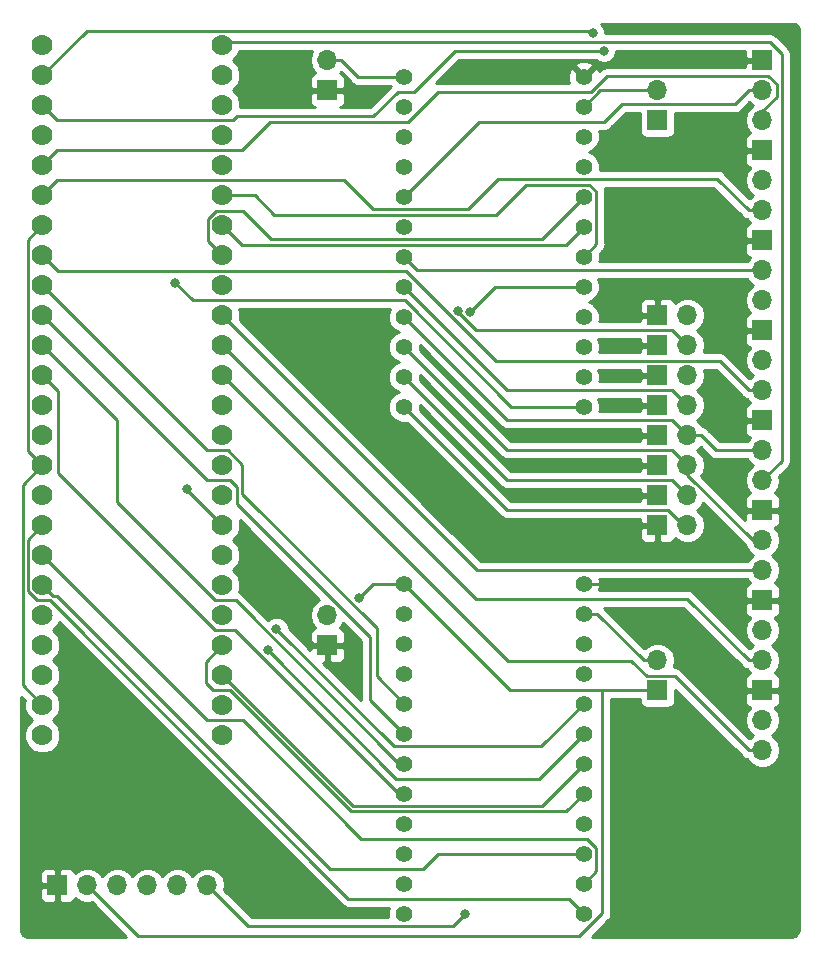
<source format=gbr>
G04 #@! TF.GenerationSoftware,KiCad,Pcbnew,(5.0.2)-1*
G04 #@! TF.CreationDate,2019-03-22T23:58:44-07:00*
G04 #@! TF.ProjectId,cheroquee_kicad,63686572-6f71-4756-9565-5f6b69636164,rev?*
G04 #@! TF.SameCoordinates,Original*
G04 #@! TF.FileFunction,Copper,L2,Bot*
G04 #@! TF.FilePolarity,Positive*
%FSLAX46Y46*%
G04 Gerber Fmt 4.6, Leading zero omitted, Abs format (unit mm)*
G04 Created by KiCad (PCBNEW (5.0.2)-1) date 3/22/2019 11:58:44 PM*
%MOMM*%
%LPD*%
G01*
G04 APERTURE LIST*
G04 #@! TA.AperFunction,ComponentPad*
%ADD10C,1.778000*%
G04 #@! TD*
G04 #@! TA.AperFunction,ComponentPad*
%ADD11R,1.700000X1.700000*%
G04 #@! TD*
G04 #@! TA.AperFunction,ComponentPad*
%ADD12O,1.700000X1.700000*%
G04 #@! TD*
G04 #@! TA.AperFunction,ComponentPad*
%ADD13C,1.410000*%
G04 #@! TD*
G04 #@! TA.AperFunction,ViaPad*
%ADD14C,0.800000*%
G04 #@! TD*
G04 #@! TA.AperFunction,Conductor*
%ADD15C,0.250000*%
G04 #@! TD*
G04 #@! TA.AperFunction,Conductor*
%ADD16C,0.254000*%
G04 #@! TD*
G04 APERTURE END LIST*
D10*
G04 #@! TO.P,DA1,16*
G04 #@! TO.N,C4*
X43180000Y-41910000D03*
G04 #@! TO.P,DA1,15*
G04 #@! TO.N,C5*
X43180000Y-44450000D03*
G04 #@! TO.P,DA1,14*
G04 #@! TO.N,C6*
X43180000Y-46990000D03*
G04 #@! TO.P,DA1,13*
G04 #@! TO.N,C7*
X43180000Y-49530000D03*
G04 #@! TO.P,DA1,12*
G04 #@! TO.N,R4*
X43180000Y-52070000D03*
G04 #@! TO.P,DA1,11*
G04 #@! TO.N,R5*
X43180000Y-54610000D03*
G04 #@! TO.P,DA1,10*
G04 #@! TO.N,R6*
X43180000Y-57150000D03*
G04 #@! TO.P,DA1,9*
G04 #@! TO.N,R7*
X43180000Y-59690000D03*
G04 #@! TO.P,DA1,8*
G04 #@! TO.N,C3*
X27940000Y-59690000D03*
G04 #@! TO.P,DA1,7*
G04 #@! TO.N,C2*
X27940000Y-57150000D03*
G04 #@! TO.P,DA1,6*
G04 #@! TO.N,C1*
X27940000Y-54610000D03*
G04 #@! TO.P,DA1,5*
G04 #@! TO.N,C0*
X27940000Y-52070000D03*
G04 #@! TO.P,DA1,4*
G04 #@! TO.N,R3*
X27940000Y-49530000D03*
G04 #@! TO.P,DA1,3*
G04 #@! TO.N,R2*
X27940000Y-46990000D03*
G04 #@! TO.P,DA1,2*
G04 #@! TO.N,R1*
X27940000Y-44450000D03*
G04 #@! TO.P,DA1,1*
G04 #@! TO.N,R0*
X27940000Y-41910000D03*
G04 #@! TD*
G04 #@! TO.P,DA3,1*
G04 #@! TO.N,R10*
X27940000Y-82550000D03*
G04 #@! TO.P,DA3,2*
G04 #@! TO.N,R11*
X27940000Y-85090000D03*
G04 #@! TO.P,DA3,3*
G04 #@! TO.N,R12*
X27940000Y-87630000D03*
G04 #@! TO.P,DA3,4*
G04 #@! TO.N,R13*
X27940000Y-90170000D03*
G04 #@! TO.P,DA3,5*
G04 #@! TO.N,C0*
X27940000Y-92710000D03*
G04 #@! TO.P,DA3,6*
G04 #@! TO.N,C1*
X27940000Y-95250000D03*
G04 #@! TO.P,DA3,7*
G04 #@! TO.N,C2*
X27940000Y-97790000D03*
G04 #@! TO.P,DA3,8*
G04 #@! TO.N,C3*
X27940000Y-100330000D03*
G04 #@! TO.P,DA3,9*
G04 #@! TO.N,R17*
X43180000Y-100330000D03*
G04 #@! TO.P,DA3,10*
G04 #@! TO.N,R16*
X43180000Y-97790000D03*
G04 #@! TO.P,DA3,11*
G04 #@! TO.N,R15*
X43180000Y-95250000D03*
G04 #@! TO.P,DA3,12*
G04 #@! TO.N,R14*
X43180000Y-92710000D03*
G04 #@! TO.P,DA3,13*
G04 #@! TO.N,C7*
X43180000Y-90170000D03*
G04 #@! TO.P,DA3,14*
G04 #@! TO.N,C6*
X43180000Y-87630000D03*
G04 #@! TO.P,DA3,15*
G04 #@! TO.N,C5*
X43180000Y-85090000D03*
G04 #@! TO.P,DA3,16*
G04 #@! TO.N,C4*
X43180000Y-82550000D03*
G04 #@! TD*
D11*
G04 #@! TO.P,C1,1*
G04 #@! TO.N,+5V*
X52070000Y-45720000D03*
D12*
G04 #@! TO.P,C1,2*
G04 #@! TO.N,GNDREF*
X52070000Y-43180000D03*
G04 #@! TD*
G04 #@! TO.P,C2,2*
G04 #@! TO.N,GNDREF*
X52070000Y-90170000D03*
D11*
G04 #@! TO.P,C2,1*
G04 #@! TO.N,+5V*
X52070000Y-92710000D03*
G04 #@! TD*
D10*
G04 #@! TO.P,DA2,1*
G04 #@! TO.N,R8*
X27940000Y-62230000D03*
G04 #@! TO.P,DA2,2*
G04 #@! TO.N,R9*
X27940000Y-64770000D03*
G04 #@! TO.P,DA2,3*
G04 #@! TO.N,RA*
X27940000Y-67310000D03*
G04 #@! TO.P,DA2,4*
G04 #@! TO.N,RB*
X27940000Y-69850000D03*
G04 #@! TO.P,DA2,5*
G04 #@! TO.N,C0*
X27940000Y-72390000D03*
G04 #@! TO.P,DA2,6*
G04 #@! TO.N,C1*
X27940000Y-74930000D03*
G04 #@! TO.P,DA2,7*
G04 #@! TO.N,C2*
X27940000Y-77470000D03*
G04 #@! TO.P,DA2,8*
G04 #@! TO.N,C3*
X27940000Y-80010000D03*
G04 #@! TO.P,DA2,9*
G04 #@! TO.N,RF*
X43180000Y-80010000D03*
G04 #@! TO.P,DA2,10*
G04 #@! TO.N,RE*
X43180000Y-77470000D03*
G04 #@! TO.P,DA2,11*
G04 #@! TO.N,RD*
X43180000Y-74930000D03*
G04 #@! TO.P,DA2,12*
G04 #@! TO.N,RC*
X43180000Y-72390000D03*
G04 #@! TO.P,DA2,13*
G04 #@! TO.N,C7*
X43180000Y-69850000D03*
G04 #@! TO.P,DA2,14*
G04 #@! TO.N,C6*
X43180000Y-67310000D03*
G04 #@! TO.P,DA2,15*
G04 #@! TO.N,C5*
X43180000Y-64770000D03*
G04 #@! TO.P,DA2,16*
G04 #@! TO.N,C4*
X43180000Y-62230000D03*
G04 #@! TD*
D11*
G04 #@! TO.P,R1,1*
G04 #@! TO.N,+5V*
X80010000Y-64770000D03*
D12*
G04 #@! TO.P,R1,2*
G04 #@! TO.N,en_C0*
X82550000Y-64770000D03*
G04 #@! TD*
G04 #@! TO.P,R2,2*
G04 #@! TO.N,en_C1*
X82550000Y-67310000D03*
D11*
G04 #@! TO.P,R2,1*
G04 #@! TO.N,+5V*
X80010000Y-67310000D03*
G04 #@! TD*
G04 #@! TO.P,R3,1*
G04 #@! TO.N,+5V*
X80010000Y-69850000D03*
D12*
G04 #@! TO.P,R3,2*
G04 #@! TO.N,en_C2*
X82550000Y-69850000D03*
G04 #@! TD*
G04 #@! TO.P,R4,2*
G04 #@! TO.N,en_C3*
X82550000Y-72390000D03*
D11*
G04 #@! TO.P,R4,1*
G04 #@! TO.N,+5V*
X80010000Y-72390000D03*
G04 #@! TD*
D12*
G04 #@! TO.P,R5,2*
G04 #@! TO.N,en_C4*
X82550000Y-74930000D03*
D11*
G04 #@! TO.P,R5,1*
G04 #@! TO.N,+5V*
X80010000Y-74930000D03*
G04 #@! TD*
G04 #@! TO.P,R6,1*
G04 #@! TO.N,+5V*
X80010000Y-77470000D03*
D12*
G04 #@! TO.P,R6,2*
G04 #@! TO.N,en_C5*
X82550000Y-77470000D03*
G04 #@! TD*
G04 #@! TO.P,R7,2*
G04 #@! TO.N,en_C6*
X82550000Y-80010000D03*
D11*
G04 #@! TO.P,R7,1*
G04 #@! TO.N,+5V*
X80010000Y-80010000D03*
G04 #@! TD*
G04 #@! TO.P,R8,1*
G04 #@! TO.N,+5V*
X80010000Y-82550000D03*
D12*
G04 #@! TO.P,R8,2*
G04 #@! TO.N,en_C7*
X82550000Y-82550000D03*
G04 #@! TD*
G04 #@! TO.P,R9,2*
G04 #@! TO.N,Net-(R9-Pad2)*
X80010000Y-45720000D03*
D11*
G04 #@! TO.P,R9,1*
G04 #@! TO.N,GNDREF*
X80010000Y-48260000D03*
G04 #@! TD*
G04 #@! TO.P,R10,1*
G04 #@! TO.N,GNDREF*
X80010000Y-96520000D03*
D12*
G04 #@! TO.P,R10,2*
G04 #@! TO.N,Net-(R10-Pad2)*
X80010000Y-93980000D03*
G04 #@! TD*
G04 #@! TO.P,Q1,3*
G04 #@! TO.N,C0*
X88900000Y-48260000D03*
G04 #@! TO.P,Q1,2*
G04 #@! TO.N,en_C0*
X88900000Y-45720000D03*
D11*
G04 #@! TO.P,Q1,1*
G04 #@! TO.N,+5V*
X88900000Y-43180000D03*
G04 #@! TD*
G04 #@! TO.P,Q2,1*
G04 #@! TO.N,+5V*
X88900000Y-50800000D03*
D12*
G04 #@! TO.P,Q2,2*
G04 #@! TO.N,en_C1*
X88900000Y-53340000D03*
G04 #@! TO.P,Q2,3*
G04 #@! TO.N,C1*
X88900000Y-55880000D03*
G04 #@! TD*
G04 #@! TO.P,Q3,3*
G04 #@! TO.N,C2*
X88900000Y-63500000D03*
G04 #@! TO.P,Q3,2*
G04 #@! TO.N,en_C2*
X88900000Y-60960000D03*
D11*
G04 #@! TO.P,Q3,1*
G04 #@! TO.N,+5V*
X88900000Y-58420000D03*
G04 #@! TD*
G04 #@! TO.P,Q4,1*
G04 #@! TO.N,+5V*
X88900000Y-66040000D03*
D12*
G04 #@! TO.P,Q4,2*
G04 #@! TO.N,en_C3*
X88900000Y-68580000D03*
G04 #@! TO.P,Q4,3*
G04 #@! TO.N,C3*
X88900000Y-71120000D03*
G04 #@! TD*
G04 #@! TO.P,Q5,3*
G04 #@! TO.N,C4*
X88900000Y-78740000D03*
G04 #@! TO.P,Q5,2*
G04 #@! TO.N,en_C4*
X88900000Y-76200000D03*
D11*
G04 #@! TO.P,Q5,1*
G04 #@! TO.N,+5V*
X88900000Y-73660000D03*
G04 #@! TD*
G04 #@! TO.P,Q6,1*
G04 #@! TO.N,+5V*
X88900000Y-81280000D03*
D12*
G04 #@! TO.P,Q6,2*
G04 #@! TO.N,en_C5*
X88900000Y-83820000D03*
G04 #@! TO.P,Q6,3*
G04 #@! TO.N,C5*
X88900000Y-86360000D03*
G04 #@! TD*
G04 #@! TO.P,Q7,3*
G04 #@! TO.N,C6*
X88900000Y-93980000D03*
G04 #@! TO.P,Q7,2*
G04 #@! TO.N,en_C6*
X88900000Y-91440000D03*
D11*
G04 #@! TO.P,Q7,1*
G04 #@! TO.N,+5V*
X88900000Y-88900000D03*
G04 #@! TD*
G04 #@! TO.P,Q8,1*
G04 #@! TO.N,+5V*
X88900000Y-96520000D03*
D12*
G04 #@! TO.P,Q8,2*
G04 #@! TO.N,en_C7*
X88900000Y-99060000D03*
G04 #@! TO.P,Q8,3*
G04 #@! TO.N,C7*
X88900000Y-101600000D03*
G04 #@! TD*
G04 #@! TO.P,J1,6*
G04 #@! TO.N,~OE*
X41910000Y-113030000D03*
G04 #@! TO.P,J1,5*
G04 #@! TO.N,ST*
X39370000Y-113030000D03*
G04 #@! TO.P,J1,4*
G04 #@! TO.N,CLK*
X36830000Y-113030000D03*
G04 #@! TO.P,J1,3*
G04 #@! TO.N,SDI*
X34290000Y-113030000D03*
G04 #@! TO.P,J1,2*
G04 #@! TO.N,GNDREF*
X31750000Y-113030000D03*
D11*
G04 #@! TO.P,J1,1*
G04 #@! TO.N,+5V*
X29210000Y-113030000D03*
G04 #@! TD*
D13*
G04 #@! TO.P,U1,9*
G04 #@! TO.N,en_C4*
X58547000Y-64897000D03*
G04 #@! TO.P,U1,24*
G04 #@! TO.N,+5V*
X73787000Y-44577000D03*
G04 #@! TO.P,U1,4*
G04 #@! TO.N,ST*
X58547000Y-52197000D03*
G04 #@! TO.P,U1,22*
G04 #@! TO.N,SDO_1*
X73787000Y-49657000D03*
G04 #@! TO.P,U1,10*
G04 #@! TO.N,en_C5*
X58547000Y-67437000D03*
G04 #@! TO.P,U1,5*
G04 #@! TO.N,en_C0*
X58547000Y-54737000D03*
G04 #@! TO.P,U1,16*
G04 #@! TO.N,R3*
X73787000Y-64897000D03*
G04 #@! TO.P,U1,23*
G04 #@! TO.N,Net-(R9-Pad2)*
X73787000Y-47117000D03*
G04 #@! TO.P,U1,13*
G04 #@! TO.N,R0*
X73787000Y-72517000D03*
G04 #@! TO.P,U1,1*
G04 #@! TO.N,GNDREF*
X58547000Y-44577000D03*
G04 #@! TO.P,U1,20*
G04 #@! TO.N,R7*
X73787000Y-54737000D03*
G04 #@! TO.P,U1,7*
G04 #@! TO.N,en_C2*
X58547000Y-59817000D03*
G04 #@! TO.P,U1,12*
G04 #@! TO.N,en_C7*
X58547000Y-72517000D03*
G04 #@! TO.P,U1,17*
G04 #@! TO.N,R4*
X73787000Y-62357000D03*
G04 #@! TO.P,U1,21*
G04 #@! TO.N,~OE*
X73787000Y-52197000D03*
G04 #@! TO.P,U1,6*
G04 #@! TO.N,en_C1*
X58547000Y-57277000D03*
G04 #@! TO.P,U1,15*
G04 #@! TO.N,R2*
X73787000Y-67437000D03*
G04 #@! TO.P,U1,11*
G04 #@! TO.N,en_C6*
X58547000Y-69977000D03*
G04 #@! TO.P,U1,18*
G04 #@! TO.N,R5*
X73787000Y-59817000D03*
G04 #@! TO.P,U1,19*
G04 #@! TO.N,R6*
X73787000Y-57277000D03*
G04 #@! TO.P,U1,14*
G04 #@! TO.N,R1*
X73787000Y-69977000D03*
G04 #@! TO.P,U1,8*
G04 #@! TO.N,en_C3*
X58547000Y-62357000D03*
G04 #@! TO.P,U1,3*
G04 #@! TO.N,CLK*
X58547000Y-49657000D03*
G04 #@! TO.P,U1,2*
G04 #@! TO.N,SDI*
X58547000Y-47117000D03*
G04 #@! TD*
G04 #@! TO.P,U2,9*
G04 #@! TO.N,RC*
X58547000Y-107823000D03*
G04 #@! TO.P,U2,24*
G04 #@! TO.N,+5V*
X73787000Y-87503000D03*
G04 #@! TO.P,U2,4*
G04 #@! TO.N,ST*
X58547000Y-95123000D03*
G04 #@! TO.P,U2,22*
G04 #@! TO.N,SDO_2*
X73787000Y-92583000D03*
G04 #@! TO.P,U2,10*
G04 #@! TO.N,RD*
X58547000Y-110363000D03*
G04 #@! TO.P,U2,5*
G04 #@! TO.N,R8*
X58547000Y-97663000D03*
G04 #@! TO.P,U2,16*
G04 #@! TO.N,R13*
X73787000Y-107823000D03*
G04 #@! TO.P,U2,23*
G04 #@! TO.N,Net-(R10-Pad2)*
X73787000Y-90043000D03*
G04 #@! TO.P,U2,13*
G04 #@! TO.N,R10*
X73787000Y-115443000D03*
G04 #@! TO.P,U2,1*
G04 #@! TO.N,GNDREF*
X58547000Y-87503000D03*
G04 #@! TO.P,U2,20*
G04 #@! TO.N,R17*
X73787000Y-97663000D03*
G04 #@! TO.P,U2,7*
G04 #@! TO.N,RA*
X58547000Y-102743000D03*
G04 #@! TO.P,U2,12*
G04 #@! TO.N,RF*
X58547000Y-115443000D03*
G04 #@! TO.P,U2,17*
G04 #@! TO.N,R14*
X73787000Y-105283000D03*
G04 #@! TO.P,U2,21*
G04 #@! TO.N,~OE*
X73787000Y-95123000D03*
G04 #@! TO.P,U2,6*
G04 #@! TO.N,R9*
X58547000Y-100203000D03*
G04 #@! TO.P,U2,15*
G04 #@! TO.N,R12*
X73787000Y-110363000D03*
G04 #@! TO.P,U2,11*
G04 #@! TO.N,RE*
X58547000Y-112903000D03*
G04 #@! TO.P,U2,18*
G04 #@! TO.N,R15*
X73787000Y-102743000D03*
G04 #@! TO.P,U2,19*
G04 #@! TO.N,R16*
X73787000Y-100203000D03*
G04 #@! TO.P,U2,14*
G04 #@! TO.N,R11*
X73787000Y-112903000D03*
G04 #@! TO.P,U2,8*
G04 #@! TO.N,RB*
X58547000Y-105283000D03*
G04 #@! TO.P,U2,3*
G04 #@! TO.N,CLK*
X58547000Y-92583000D03*
G04 #@! TO.P,U2,2*
G04 #@! TO.N,SDO_1*
X58547000Y-90043000D03*
G04 #@! TD*
D14*
G04 #@! TO.N,+5V*
X46609000Y-89154000D03*
X37338000Y-103251000D03*
X84201000Y-43180000D03*
X84201000Y-40513000D03*
X84201000Y-48895000D03*
X54483000Y-92710000D03*
X55499000Y-74803000D03*
X86106000Y-58420000D03*
X85217000Y-62611000D03*
X65278000Y-44069000D03*
G04 #@! TO.N,GNDREF*
X54722000Y-88693300D03*
G04 #@! TO.N,C4*
X40156997Y-79502003D03*
G04 #@! TO.N,R4*
X64137900Y-64500500D03*
G04 #@! TO.N,R2*
X75489400Y-42390400D03*
G04 #@! TO.N,R1*
X74535800Y-40833000D03*
G04 #@! TO.N,R0*
X39199200Y-62018500D03*
G04 #@! TO.N,R17*
X47759200Y-91318300D03*
G04 #@! TO.N,R16*
X47033000Y-93131200D03*
G04 #@! TO.N,en_C1*
X63137500Y-64403500D03*
G04 #@! TO.N,~OE*
X63753996Y-115443000D03*
G04 #@! TD*
D15*
G04 #@! TO.N,+5V*
X47414000Y-89154000D02*
X46609000Y-89154000D01*
X52070000Y-92710000D02*
X50970000Y-92710000D01*
X50970000Y-92710000D02*
X47414000Y-89154000D01*
X73787000Y-87503000D02*
X76200000Y-87503000D01*
X88900000Y-43180000D02*
X84201000Y-43180000D01*
X52070000Y-92710000D02*
X54483000Y-92710000D01*
X88900000Y-58420000D02*
X86106000Y-58420000D01*
G04 #@! TO.N,GNDREF*
X54722000Y-88693300D02*
X55912300Y-87503000D01*
X55912300Y-87503000D02*
X58547000Y-87503000D01*
X58547000Y-87503000D02*
X67564000Y-96520000D01*
X67564000Y-96520000D02*
X75340600Y-96520000D01*
X75340600Y-96520000D02*
X80010000Y-96520000D01*
X52070000Y-43180000D02*
X53245300Y-43180000D01*
X53245300Y-43180000D02*
X54642300Y-44577000D01*
X54642300Y-44577000D02*
X58547000Y-44577000D01*
X36068000Y-117348000D02*
X31750000Y-113030000D01*
X73398400Y-117348000D02*
X36068000Y-117348000D01*
X75340600Y-96520000D02*
X75340600Y-115405800D01*
X75340600Y-115405800D02*
X73398400Y-117348000D01*
G04 #@! TO.N,C4*
X43180000Y-82550000D02*
X40156997Y-79526997D01*
X40156997Y-79526997D02*
X40156997Y-79502003D01*
X43445200Y-41644800D02*
X43180000Y-41910000D01*
X89539200Y-41644800D02*
X43445200Y-41644800D01*
X90553100Y-42658700D02*
X89539200Y-41644800D01*
X88900000Y-78740000D02*
X90553100Y-77086900D01*
X90553100Y-77086900D02*
X90553100Y-42658700D01*
G04 #@! TO.N,C5*
X88900000Y-86360000D02*
X64770000Y-86360000D01*
X64770000Y-86360000D02*
X43180000Y-64770000D01*
G04 #@! TO.N,C6*
X87724700Y-93980000D02*
X82517700Y-88773000D01*
X82517700Y-88773000D02*
X64643000Y-88773000D01*
X64643000Y-88773000D02*
X43180000Y-67310000D01*
X88900000Y-93980000D02*
X87724700Y-93980000D01*
G04 #@! TO.N,C7*
X88900000Y-101600000D02*
X87724700Y-101600000D01*
X87724700Y-101600000D02*
X81469300Y-95344600D01*
X81469300Y-95344600D02*
X79111700Y-95344600D01*
X79111700Y-95344600D02*
X77799600Y-94032500D01*
X77799600Y-94032500D02*
X67362500Y-94032500D01*
X67362500Y-94032500D02*
X43180000Y-69850000D01*
G04 #@! TO.N,R4*
X73787000Y-62357000D02*
X66281400Y-62357000D01*
X66281400Y-62357000D02*
X64137900Y-64500500D01*
G04 #@! TO.N,R5*
X73787000Y-59817000D02*
X74843200Y-58760800D01*
X74843200Y-58760800D02*
X74843200Y-54287700D01*
X74843200Y-54287700D02*
X74260000Y-53704500D01*
X74260000Y-53704500D02*
X68888400Y-53704500D01*
X68888400Y-53704500D02*
X66346200Y-56246700D01*
X66346200Y-56246700D02*
X47534500Y-56246700D01*
X47534500Y-56246700D02*
X45897800Y-54610000D01*
X45897800Y-54610000D02*
X43180000Y-54610000D01*
G04 #@! TO.N,R6*
X73787000Y-57277000D02*
X72285400Y-58778600D01*
X72285400Y-58778600D02*
X44808600Y-58778600D01*
X44808600Y-58778600D02*
X43180000Y-57150000D01*
G04 #@! TO.N,R7*
X73787000Y-54737000D02*
X70216600Y-58307400D01*
X70216600Y-58307400D02*
X47286000Y-58307400D01*
X47286000Y-58307400D02*
X44912600Y-55934000D01*
X44912600Y-55934000D02*
X42633800Y-55934000D01*
X42633800Y-55934000D02*
X41951800Y-56616000D01*
X41951800Y-56616000D02*
X41951800Y-58461800D01*
X41951800Y-58461800D02*
X43180000Y-59690000D01*
G04 #@! TO.N,C3*
X88900000Y-71120000D02*
X87724700Y-71120000D01*
X87724700Y-71120000D02*
X85279400Y-68674700D01*
X85279400Y-68674700D02*
X66348200Y-68674700D01*
X66348200Y-68674700D02*
X58689200Y-61015700D01*
X58689200Y-61015700D02*
X29265700Y-61015700D01*
X29265700Y-61015700D02*
X27940000Y-59690000D01*
G04 #@! TO.N,C2*
X27940000Y-57150000D02*
X26724500Y-58365500D01*
X26724500Y-58365500D02*
X26724500Y-76254500D01*
X26724500Y-76254500D02*
X27940000Y-77470000D01*
X27940000Y-77470000D02*
X26257900Y-79152100D01*
X26257900Y-79152100D02*
X26257900Y-96107900D01*
X26257900Y-96107900D02*
X27940000Y-97790000D01*
G04 #@! TO.N,C1*
X85072100Y-53227400D02*
X87724700Y-55880000D01*
X27940000Y-54610000D02*
X29210000Y-53340000D01*
X53437900Y-53340000D02*
X55894200Y-55796300D01*
X55894200Y-55796300D02*
X63972300Y-55796300D01*
X87724700Y-55880000D02*
X88900000Y-55880000D01*
X29210000Y-53340000D02*
X53437900Y-53340000D01*
X63972300Y-55796300D02*
X66541200Y-53227400D01*
X66541200Y-53227400D02*
X85072100Y-53227400D01*
G04 #@! TO.N,C0*
X44824800Y-50800000D02*
X29210000Y-50800000D01*
X29210000Y-50800000D02*
X27940000Y-52070000D01*
X58887200Y-48387000D02*
X47237800Y-48387000D01*
X61427200Y-45847000D02*
X58887200Y-48387000D01*
X74420100Y-45847000D02*
X61427200Y-45847000D01*
X88900000Y-48260000D02*
X88900000Y-47452000D01*
X47237800Y-48387000D02*
X44824800Y-50800000D01*
X88900000Y-47452000D02*
X90102700Y-46249300D01*
X90102700Y-46249300D02*
X90102700Y-45209300D01*
X90102700Y-45209300D02*
X89408900Y-44515500D01*
X89408900Y-44515500D02*
X75751600Y-44515500D01*
X75751600Y-44515500D02*
X74420100Y-45847000D01*
G04 #@! TO.N,R2*
X27940000Y-46990000D02*
X29210000Y-48260000D01*
X29210000Y-48260000D02*
X44071000Y-48260000D01*
X44071000Y-48260000D02*
X44394400Y-47936600D01*
X44394400Y-47936600D02*
X55964400Y-47936600D01*
X55964400Y-47936600D02*
X58054000Y-45847000D01*
X58054000Y-45847000D02*
X59428700Y-45847000D01*
X59428700Y-45847000D02*
X62885300Y-42390400D01*
X62885300Y-42390400D02*
X75489400Y-42390400D01*
G04 #@! TO.N,R1*
X27940000Y-44450000D02*
X31701600Y-40688400D01*
X31701600Y-40688400D02*
X74391200Y-40688400D01*
X74391200Y-40688400D02*
X74535800Y-40833000D01*
G04 #@! TO.N,R0*
X39199200Y-62018500D02*
X40680700Y-63500000D01*
X40680700Y-63500000D02*
X58635600Y-63500000D01*
X58635600Y-63500000D02*
X67652600Y-72517000D01*
X67652600Y-72517000D02*
X73787000Y-72517000D01*
G04 #@! TO.N,R8*
X41910000Y-76200000D02*
X27940000Y-62230000D01*
X56227700Y-95343700D02*
X56227700Y-91265300D01*
X58547000Y-97663000D02*
X56227700Y-95343700D01*
X44844600Y-79882200D02*
X44844600Y-77417200D01*
X44844600Y-77417200D02*
X43627400Y-76200000D01*
X56227700Y-91265300D02*
X44844600Y-79882200D01*
X43627400Y-76200000D02*
X41910000Y-76200000D01*
G04 #@! TO.N,R9*
X41910000Y-78740000D02*
X27940000Y-64770000D01*
X55662400Y-97318400D02*
X55662400Y-92041400D01*
X58547000Y-100203000D02*
X55662400Y-97318400D01*
X55662400Y-92041400D02*
X44394300Y-80773300D01*
X44394300Y-80773300D02*
X44394300Y-79319300D01*
X44394300Y-79319300D02*
X43815000Y-78740000D01*
X43815000Y-78740000D02*
X41910000Y-78740000D01*
G04 #@! TO.N,RA*
X58153400Y-102743000D02*
X58547000Y-102743000D01*
X44310400Y-88900000D02*
X58153400Y-102743000D01*
X42545000Y-88900000D02*
X44310400Y-88900000D01*
X34234100Y-80589100D02*
X42545000Y-88900000D01*
X27940000Y-67310000D02*
X34234100Y-73604100D01*
X34234100Y-73604100D02*
X34234100Y-80589100D01*
G04 #@! TO.N,RB*
X29265600Y-71175600D02*
X27940000Y-69850000D01*
X29265600Y-78160600D02*
X29265600Y-71175600D01*
X42545000Y-91440000D02*
X29265600Y-78160600D01*
X44251600Y-91440000D02*
X42545000Y-91440000D01*
X58547000Y-105283000D02*
X58094600Y-105283000D01*
X58094600Y-105283000D02*
X44251600Y-91440000D01*
G04 #@! TO.N,R10*
X26708300Y-83781700D02*
X27940000Y-82550000D01*
X72517000Y-114173000D02*
X53846100Y-114173000D01*
X28573100Y-88900000D02*
X27490600Y-88900000D01*
X73787000Y-115443000D02*
X72517000Y-114173000D01*
X53846100Y-114173000D02*
X28573100Y-88900000D01*
X27490600Y-88900000D02*
X26708300Y-88117700D01*
X26708300Y-88117700D02*
X26708300Y-83781700D01*
G04 #@! TO.N,R11*
X41910000Y-99060000D02*
X27940000Y-85090000D01*
X73787000Y-112903000D02*
X74833900Y-111856100D01*
X74833900Y-109866200D02*
X74060700Y-109093000D01*
X74833900Y-111856100D02*
X74833900Y-109866200D01*
X54930200Y-109093000D02*
X44897200Y-99060000D01*
X74060700Y-109093000D02*
X54930200Y-109093000D01*
X44897200Y-99060000D02*
X41910000Y-99060000D01*
G04 #@! TO.N,R12*
X28828999Y-88518999D02*
X27940000Y-87630000D01*
X29209999Y-88518999D02*
X28828999Y-88518999D01*
X52324000Y-111633000D02*
X29209999Y-88518999D01*
X60198000Y-111633000D02*
X52324000Y-111633000D01*
X73787000Y-110363000D02*
X61468000Y-110363000D01*
X61468000Y-110363000D02*
X60198000Y-111633000D01*
G04 #@! TO.N,R13*
X28702000Y-90170000D02*
X27940000Y-90170000D01*
G04 #@! TO.N,R17*
X73787000Y-97663000D02*
X70189800Y-101260200D01*
X70189800Y-101260200D02*
X57701100Y-101260200D01*
X57701100Y-101260200D02*
X47759200Y-91318300D01*
G04 #@! TO.N,R16*
X57914800Y-104013000D02*
X47033000Y-93131200D01*
X73787000Y-100203000D02*
X69977000Y-104013000D01*
X69977000Y-104013000D02*
X57914800Y-104013000D01*
G04 #@! TO.N,R15*
X73787000Y-102743000D02*
X70198200Y-106331800D01*
X70198200Y-106331800D02*
X54261900Y-106331800D01*
X54261900Y-106331800D02*
X43180100Y-95250000D01*
X43180100Y-95250000D02*
X43180000Y-95250000D01*
G04 #@! TO.N,R14*
X41783000Y-94107000D02*
X43180000Y-92710000D01*
X72287800Y-106782200D02*
X54075400Y-106782200D01*
X73787000Y-105283000D02*
X72287800Y-106782200D01*
X54075400Y-106782200D02*
X43813200Y-96520000D01*
X43813200Y-96520000D02*
X42418000Y-96520000D01*
X42418000Y-96520000D02*
X41783000Y-95885000D01*
X41783000Y-95885000D02*
X41783000Y-94107000D01*
G04 #@! TO.N,en_C0*
X88900000Y-45720000D02*
X87724700Y-45720000D01*
X58547000Y-54737000D02*
X64897000Y-48387000D01*
X64897000Y-48387000D02*
X75523600Y-48387000D01*
X75523600Y-48387000D02*
X77015300Y-46895300D01*
X77015300Y-46895300D02*
X86549400Y-46895300D01*
X86549400Y-46895300D02*
X87724700Y-45720000D01*
G04 #@! TO.N,en_C1*
X81280000Y-66040000D02*
X82550000Y-67310000D01*
X64651700Y-66040000D02*
X81280000Y-66040000D01*
X63137500Y-64403500D02*
X63137500Y-64525800D01*
X63137500Y-64525800D02*
X64651700Y-66040000D01*
G04 #@! TO.N,en_C2*
X88900000Y-60960000D02*
X59690000Y-60960000D01*
X59690000Y-60960000D02*
X58547000Y-59817000D01*
G04 #@! TO.N,en_C3*
X81280000Y-71120000D02*
X82550000Y-72390000D01*
X58547000Y-62357000D02*
X67310000Y-71120000D01*
X67310000Y-71120000D02*
X81280000Y-71120000D01*
G04 #@! TO.N,en_C4*
X82550000Y-74930000D02*
X83725300Y-74930000D01*
X88900000Y-76200000D02*
X84995300Y-76200000D01*
X84995300Y-76200000D02*
X83725300Y-74930000D01*
X81280000Y-73660000D02*
X82550000Y-74930000D01*
X58547000Y-64897000D02*
X67310000Y-73660000D01*
X67310000Y-73660000D02*
X81280000Y-73660000D01*
G04 #@! TO.N,en_C5*
X88092000Y-83820000D02*
X82550000Y-78278000D01*
X88900000Y-83820000D02*
X88092000Y-83820000D01*
X82550000Y-78278000D02*
X82550000Y-77470000D01*
X81280000Y-76200000D02*
X82550000Y-77470000D01*
X58547000Y-67437000D02*
X67310000Y-76200000D01*
X67310000Y-76200000D02*
X81280000Y-76200000D01*
G04 #@! TO.N,en_C6*
X81280000Y-78740000D02*
X82550000Y-80010000D01*
X58547000Y-69977000D02*
X67310000Y-78740000D01*
X67310000Y-78740000D02*
X81280000Y-78740000D01*
G04 #@! TO.N,en_C7*
X82182800Y-82550000D02*
X82550000Y-82550000D01*
X80912800Y-81280000D02*
X82182800Y-82550000D01*
X58547000Y-72517000D02*
X67310000Y-81280000D01*
X67310000Y-81280000D02*
X80912800Y-81280000D01*
G04 #@! TO.N,Net-(R9-Pad2)*
X73787000Y-47117000D02*
X75184000Y-45720000D01*
X75184000Y-45720000D02*
X80010000Y-45720000D01*
G04 #@! TO.N,Net-(R10-Pad2)*
X80010000Y-93980000D02*
X78834700Y-93980000D01*
X73787000Y-90043000D02*
X74897700Y-90043000D01*
X74897700Y-90043000D02*
X78834700Y-93980000D01*
G04 #@! TO.N,~OE*
X45353001Y-116473001D02*
X62723995Y-116473001D01*
X62723995Y-116473001D02*
X63353997Y-115842999D01*
X63353997Y-115842999D02*
X63753996Y-115443000D01*
X41910000Y-113030000D02*
X45353001Y-116473001D01*
G04 #@! TD*
D16*
G04 #@! TO.N,+5V*
G36*
X53255773Y-114657476D02*
X53298171Y-114720929D01*
X53361624Y-114763327D01*
X53361626Y-114763329D01*
X53439663Y-114815471D01*
X53549563Y-114888904D01*
X53771248Y-114933000D01*
X53771252Y-114933000D01*
X53846099Y-114947888D01*
X53920946Y-114933000D01*
X57307843Y-114933000D01*
X57207000Y-115176457D01*
X57207000Y-115709543D01*
X57208432Y-115713001D01*
X45667803Y-115713001D01*
X43351209Y-113396408D01*
X43424092Y-113030000D01*
X43308839Y-112450582D01*
X42980625Y-111959375D01*
X42489418Y-111631161D01*
X42056256Y-111545000D01*
X41763744Y-111545000D01*
X41330582Y-111631161D01*
X40839375Y-111959375D01*
X40640000Y-112257761D01*
X40440625Y-111959375D01*
X39949418Y-111631161D01*
X39516256Y-111545000D01*
X39223744Y-111545000D01*
X38790582Y-111631161D01*
X38299375Y-111959375D01*
X38100000Y-112257761D01*
X37900625Y-111959375D01*
X37409418Y-111631161D01*
X36976256Y-111545000D01*
X36683744Y-111545000D01*
X36250582Y-111631161D01*
X35759375Y-111959375D01*
X35560000Y-112257761D01*
X35360625Y-111959375D01*
X34869418Y-111631161D01*
X34436256Y-111545000D01*
X34143744Y-111545000D01*
X33710582Y-111631161D01*
X33219375Y-111959375D01*
X33020000Y-112257761D01*
X32820625Y-111959375D01*
X32329418Y-111631161D01*
X31896256Y-111545000D01*
X31603744Y-111545000D01*
X31170582Y-111631161D01*
X30679375Y-111959375D01*
X30664904Y-111981033D01*
X30598327Y-111820302D01*
X30419699Y-111641673D01*
X30186310Y-111545000D01*
X29495750Y-111545000D01*
X29337000Y-111703750D01*
X29337000Y-112903000D01*
X29357000Y-112903000D01*
X29357000Y-113157000D01*
X29337000Y-113157000D01*
X29337000Y-114356250D01*
X29495750Y-114515000D01*
X30186310Y-114515000D01*
X30419699Y-114418327D01*
X30598327Y-114239698D01*
X30664904Y-114078967D01*
X30679375Y-114100625D01*
X31170582Y-114428839D01*
X31603744Y-114515000D01*
X31896256Y-114515000D01*
X32116408Y-114471209D01*
X35020198Y-117375000D01*
X26597612Y-117375000D01*
X26594193Y-117375680D01*
X26482213Y-117355935D01*
X26317081Y-117260596D01*
X26194512Y-117114524D01*
X26130032Y-116937366D01*
X26135000Y-116912388D01*
X26135000Y-113315750D01*
X27725000Y-113315750D01*
X27725000Y-114006309D01*
X27821673Y-114239698D01*
X28000301Y-114418327D01*
X28233690Y-114515000D01*
X28924250Y-114515000D01*
X29083000Y-114356250D01*
X29083000Y-113157000D01*
X27883750Y-113157000D01*
X27725000Y-113315750D01*
X26135000Y-113315750D01*
X26135000Y-112053691D01*
X27725000Y-112053691D01*
X27725000Y-112744250D01*
X27883750Y-112903000D01*
X29083000Y-112903000D01*
X29083000Y-111703750D01*
X28924250Y-111545000D01*
X28233690Y-111545000D01*
X28000301Y-111641673D01*
X27821673Y-111820302D01*
X27725000Y-112053691D01*
X26135000Y-112053691D01*
X26135000Y-97059801D01*
X26458779Y-97383580D01*
X26416000Y-97486858D01*
X26416000Y-98093142D01*
X26648015Y-98653277D01*
X27054738Y-99060000D01*
X26648015Y-99466723D01*
X26416000Y-100026858D01*
X26416000Y-100633142D01*
X26648015Y-101193277D01*
X27076723Y-101621985D01*
X27636858Y-101854000D01*
X28243142Y-101854000D01*
X28803277Y-101621985D01*
X29231985Y-101193277D01*
X29464000Y-100633142D01*
X29464000Y-100026858D01*
X29231985Y-99466723D01*
X28825262Y-99060000D01*
X29231985Y-98653277D01*
X29464000Y-98093142D01*
X29464000Y-97486858D01*
X29231985Y-96926723D01*
X28825262Y-96520000D01*
X29231985Y-96113277D01*
X29464000Y-95553142D01*
X29464000Y-94946858D01*
X29231985Y-94386723D01*
X28825262Y-93980000D01*
X29231985Y-93573277D01*
X29464000Y-93013142D01*
X29464000Y-92406858D01*
X29231985Y-91846723D01*
X28825262Y-91440000D01*
X29231985Y-91033277D01*
X29349022Y-90750723D01*
X53255773Y-114657476D01*
X53255773Y-114657476D01*
G37*
X53255773Y-114657476D02*
X53298171Y-114720929D01*
X53361624Y-114763327D01*
X53361626Y-114763329D01*
X53439663Y-114815471D01*
X53549563Y-114888904D01*
X53771248Y-114933000D01*
X53771252Y-114933000D01*
X53846099Y-114947888D01*
X53920946Y-114933000D01*
X57307843Y-114933000D01*
X57207000Y-115176457D01*
X57207000Y-115709543D01*
X57208432Y-115713001D01*
X45667803Y-115713001D01*
X43351209Y-113396408D01*
X43424092Y-113030000D01*
X43308839Y-112450582D01*
X42980625Y-111959375D01*
X42489418Y-111631161D01*
X42056256Y-111545000D01*
X41763744Y-111545000D01*
X41330582Y-111631161D01*
X40839375Y-111959375D01*
X40640000Y-112257761D01*
X40440625Y-111959375D01*
X39949418Y-111631161D01*
X39516256Y-111545000D01*
X39223744Y-111545000D01*
X38790582Y-111631161D01*
X38299375Y-111959375D01*
X38100000Y-112257761D01*
X37900625Y-111959375D01*
X37409418Y-111631161D01*
X36976256Y-111545000D01*
X36683744Y-111545000D01*
X36250582Y-111631161D01*
X35759375Y-111959375D01*
X35560000Y-112257761D01*
X35360625Y-111959375D01*
X34869418Y-111631161D01*
X34436256Y-111545000D01*
X34143744Y-111545000D01*
X33710582Y-111631161D01*
X33219375Y-111959375D01*
X33020000Y-112257761D01*
X32820625Y-111959375D01*
X32329418Y-111631161D01*
X31896256Y-111545000D01*
X31603744Y-111545000D01*
X31170582Y-111631161D01*
X30679375Y-111959375D01*
X30664904Y-111981033D01*
X30598327Y-111820302D01*
X30419699Y-111641673D01*
X30186310Y-111545000D01*
X29495750Y-111545000D01*
X29337000Y-111703750D01*
X29337000Y-112903000D01*
X29357000Y-112903000D01*
X29357000Y-113157000D01*
X29337000Y-113157000D01*
X29337000Y-114356250D01*
X29495750Y-114515000D01*
X30186310Y-114515000D01*
X30419699Y-114418327D01*
X30598327Y-114239698D01*
X30664904Y-114078967D01*
X30679375Y-114100625D01*
X31170582Y-114428839D01*
X31603744Y-114515000D01*
X31896256Y-114515000D01*
X32116408Y-114471209D01*
X35020198Y-117375000D01*
X26597612Y-117375000D01*
X26594193Y-117375680D01*
X26482213Y-117355935D01*
X26317081Y-117260596D01*
X26194512Y-117114524D01*
X26130032Y-116937366D01*
X26135000Y-116912388D01*
X26135000Y-113315750D01*
X27725000Y-113315750D01*
X27725000Y-114006309D01*
X27821673Y-114239698D01*
X28000301Y-114418327D01*
X28233690Y-114515000D01*
X28924250Y-114515000D01*
X29083000Y-114356250D01*
X29083000Y-113157000D01*
X27883750Y-113157000D01*
X27725000Y-113315750D01*
X26135000Y-113315750D01*
X26135000Y-112053691D01*
X27725000Y-112053691D01*
X27725000Y-112744250D01*
X27883750Y-112903000D01*
X29083000Y-112903000D01*
X29083000Y-111703750D01*
X28924250Y-111545000D01*
X28233690Y-111545000D01*
X28000301Y-111641673D01*
X27821673Y-111820302D01*
X27725000Y-112053691D01*
X26135000Y-112053691D01*
X26135000Y-97059801D01*
X26458779Y-97383580D01*
X26416000Y-97486858D01*
X26416000Y-98093142D01*
X26648015Y-98653277D01*
X27054738Y-99060000D01*
X26648015Y-99466723D01*
X26416000Y-100026858D01*
X26416000Y-100633142D01*
X26648015Y-101193277D01*
X27076723Y-101621985D01*
X27636858Y-101854000D01*
X28243142Y-101854000D01*
X28803277Y-101621985D01*
X29231985Y-101193277D01*
X29464000Y-100633142D01*
X29464000Y-100026858D01*
X29231985Y-99466723D01*
X28825262Y-99060000D01*
X29231985Y-98653277D01*
X29464000Y-98093142D01*
X29464000Y-97486858D01*
X29231985Y-96926723D01*
X28825262Y-96520000D01*
X29231985Y-96113277D01*
X29464000Y-95553142D01*
X29464000Y-94946858D01*
X29231985Y-94386723D01*
X28825262Y-93980000D01*
X29231985Y-93573277D01*
X29464000Y-93013142D01*
X29464000Y-92406858D01*
X29231985Y-91846723D01*
X28825262Y-91440000D01*
X29231985Y-91033277D01*
X29349022Y-90750723D01*
X53255773Y-114657476D01*
G36*
X91627787Y-40124065D02*
X91792920Y-40219405D01*
X91915488Y-40365477D01*
X91979969Y-40542633D01*
X91975000Y-40567613D01*
X91975001Y-116775689D01*
X91932081Y-117019103D01*
X91841147Y-117176604D01*
X91701831Y-117293504D01*
X91500077Y-117366937D01*
X91407911Y-117375000D01*
X74446201Y-117375000D01*
X75825073Y-115996129D01*
X75888529Y-115953729D01*
X76056504Y-115702337D01*
X76100600Y-115480652D01*
X76100600Y-115480648D01*
X76115488Y-115405800D01*
X76100600Y-115330952D01*
X76100600Y-97280000D01*
X78512560Y-97280000D01*
X78512560Y-97370000D01*
X78561843Y-97617765D01*
X78702191Y-97827809D01*
X78912235Y-97968157D01*
X79160000Y-98017440D01*
X80860000Y-98017440D01*
X81107765Y-97968157D01*
X81317809Y-97827809D01*
X81458157Y-97617765D01*
X81507440Y-97370000D01*
X81507440Y-96457541D01*
X87134371Y-102084473D01*
X87176771Y-102147929D01*
X87428163Y-102315904D01*
X87617526Y-102353571D01*
X87829375Y-102670625D01*
X88320582Y-102998839D01*
X88753744Y-103085000D01*
X89046256Y-103085000D01*
X89479418Y-102998839D01*
X89970625Y-102670625D01*
X90298839Y-102179418D01*
X90414092Y-101600000D01*
X90298839Y-101020582D01*
X89970625Y-100529375D01*
X89672239Y-100330000D01*
X89970625Y-100130625D01*
X90298839Y-99639418D01*
X90414092Y-99060000D01*
X90298839Y-98480582D01*
X89970625Y-97989375D01*
X89948967Y-97974904D01*
X90109698Y-97908327D01*
X90288327Y-97729699D01*
X90385000Y-97496310D01*
X90385000Y-96805750D01*
X90226250Y-96647000D01*
X89027000Y-96647000D01*
X89027000Y-96667000D01*
X88773000Y-96667000D01*
X88773000Y-96647000D01*
X87573750Y-96647000D01*
X87415000Y-96805750D01*
X87415000Y-97496310D01*
X87511673Y-97729699D01*
X87690302Y-97908327D01*
X87851033Y-97974904D01*
X87829375Y-97989375D01*
X87501161Y-98480582D01*
X87385908Y-99060000D01*
X87501161Y-99639418D01*
X87829375Y-100130625D01*
X88127761Y-100330000D01*
X87829375Y-100529375D01*
X87789121Y-100589619D01*
X82059631Y-94860130D01*
X82017229Y-94796671D01*
X81765837Y-94628696D01*
X81544152Y-94584600D01*
X81544147Y-94584600D01*
X81469300Y-94569712D01*
X81394453Y-94584600D01*
X81392013Y-94584600D01*
X81408839Y-94559418D01*
X81524092Y-93980000D01*
X81408839Y-93400582D01*
X81080625Y-92909375D01*
X80589418Y-92581161D01*
X80156256Y-92495000D01*
X79863744Y-92495000D01*
X79430582Y-92581161D01*
X78939375Y-92909375D01*
X78899121Y-92969619D01*
X75488031Y-89558530D01*
X75470972Y-89533000D01*
X82202899Y-89533000D01*
X87134371Y-94464473D01*
X87176771Y-94527929D01*
X87428163Y-94695904D01*
X87617526Y-94733571D01*
X87829375Y-95050625D01*
X87851033Y-95065096D01*
X87690302Y-95131673D01*
X87511673Y-95310301D01*
X87415000Y-95543690D01*
X87415000Y-96234250D01*
X87573750Y-96393000D01*
X88773000Y-96393000D01*
X88773000Y-96373000D01*
X89027000Y-96373000D01*
X89027000Y-96393000D01*
X90226250Y-96393000D01*
X90385000Y-96234250D01*
X90385000Y-95543690D01*
X90288327Y-95310301D01*
X90109698Y-95131673D01*
X89948967Y-95065096D01*
X89970625Y-95050625D01*
X90298839Y-94559418D01*
X90414092Y-93980000D01*
X90298839Y-93400582D01*
X89970625Y-92909375D01*
X89672239Y-92710000D01*
X89970625Y-92510625D01*
X90298839Y-92019418D01*
X90414092Y-91440000D01*
X90298839Y-90860582D01*
X89970625Y-90369375D01*
X89948967Y-90354904D01*
X90109698Y-90288327D01*
X90288327Y-90109699D01*
X90385000Y-89876310D01*
X90385000Y-89185750D01*
X90226250Y-89027000D01*
X89027000Y-89027000D01*
X89027000Y-89047000D01*
X88773000Y-89047000D01*
X88773000Y-89027000D01*
X87573750Y-89027000D01*
X87415000Y-89185750D01*
X87415000Y-89876310D01*
X87511673Y-90109699D01*
X87690302Y-90288327D01*
X87851033Y-90354904D01*
X87829375Y-90369375D01*
X87501161Y-90860582D01*
X87385908Y-91440000D01*
X87501161Y-92019418D01*
X87829375Y-92510625D01*
X88127761Y-92710000D01*
X87829375Y-92909375D01*
X87789121Y-92969619D01*
X83108031Y-88288530D01*
X83065629Y-88225071D01*
X82814237Y-88057096D01*
X82592552Y-88013000D01*
X82592547Y-88013000D01*
X82517700Y-87998112D01*
X82442853Y-88013000D01*
X75028042Y-88013000D01*
X75139398Y-87697074D01*
X75110722Y-87164760D01*
X75092182Y-87120000D01*
X87621822Y-87120000D01*
X87829375Y-87430625D01*
X87851033Y-87445096D01*
X87690302Y-87511673D01*
X87511673Y-87690301D01*
X87415000Y-87923690D01*
X87415000Y-88614250D01*
X87573750Y-88773000D01*
X88773000Y-88773000D01*
X88773000Y-88753000D01*
X89027000Y-88753000D01*
X89027000Y-88773000D01*
X90226250Y-88773000D01*
X90385000Y-88614250D01*
X90385000Y-87923690D01*
X90288327Y-87690301D01*
X90109698Y-87511673D01*
X89948967Y-87445096D01*
X89970625Y-87430625D01*
X90298839Y-86939418D01*
X90414092Y-86360000D01*
X90298839Y-85780582D01*
X89970625Y-85289375D01*
X89672239Y-85090000D01*
X89970625Y-84890625D01*
X90298839Y-84399418D01*
X90414092Y-83820000D01*
X90298839Y-83240582D01*
X89970625Y-82749375D01*
X89948967Y-82734904D01*
X90109698Y-82668327D01*
X90288327Y-82489699D01*
X90385000Y-82256310D01*
X90385000Y-81565750D01*
X90226250Y-81407000D01*
X89027000Y-81407000D01*
X89027000Y-81427000D01*
X88773000Y-81427000D01*
X88773000Y-81407000D01*
X87573750Y-81407000D01*
X87415000Y-81565750D01*
X87415000Y-82068198D01*
X83727491Y-78380689D01*
X83948839Y-78049418D01*
X84064092Y-77470000D01*
X83948839Y-76890582D01*
X83620625Y-76399375D01*
X83322239Y-76200000D01*
X83620625Y-76000625D01*
X83660879Y-75940380D01*
X84404970Y-76684472D01*
X84447371Y-76747929D01*
X84698763Y-76915904D01*
X84920448Y-76960000D01*
X84920452Y-76960000D01*
X84995299Y-76974888D01*
X85070146Y-76960000D01*
X87621822Y-76960000D01*
X87829375Y-77270625D01*
X88127761Y-77470000D01*
X87829375Y-77669375D01*
X87501161Y-78160582D01*
X87385908Y-78740000D01*
X87501161Y-79319418D01*
X87829375Y-79810625D01*
X87851033Y-79825096D01*
X87690302Y-79891673D01*
X87511673Y-80070301D01*
X87415000Y-80303690D01*
X87415000Y-80994250D01*
X87573750Y-81153000D01*
X88773000Y-81153000D01*
X88773000Y-81133000D01*
X89027000Y-81133000D01*
X89027000Y-81153000D01*
X90226250Y-81153000D01*
X90385000Y-80994250D01*
X90385000Y-80303690D01*
X90288327Y-80070301D01*
X90109698Y-79891673D01*
X89948967Y-79825096D01*
X89970625Y-79810625D01*
X90298839Y-79319418D01*
X90414092Y-78740000D01*
X90341209Y-78373593D01*
X91037576Y-77677227D01*
X91101029Y-77634829D01*
X91143427Y-77571376D01*
X91143429Y-77571374D01*
X91269003Y-77383438D01*
X91269004Y-77383437D01*
X91313100Y-77161752D01*
X91313100Y-77161748D01*
X91327988Y-77086901D01*
X91313100Y-77012054D01*
X91313100Y-42733546D01*
X91327988Y-42658699D01*
X91313100Y-42583852D01*
X91313100Y-42583848D01*
X91269004Y-42362163D01*
X91101029Y-42110771D01*
X91037573Y-42068371D01*
X90129531Y-41160330D01*
X90087129Y-41096871D01*
X89835737Y-40928896D01*
X89614052Y-40884800D01*
X89614047Y-40884800D01*
X89539200Y-40869912D01*
X89464353Y-40884800D01*
X75570800Y-40884800D01*
X75570800Y-40627126D01*
X75413231Y-40246720D01*
X75271511Y-40105000D01*
X91512388Y-40105000D01*
X91515807Y-40104320D01*
X91627787Y-40124065D01*
X91627787Y-40124065D01*
G37*
X91627787Y-40124065D02*
X91792920Y-40219405D01*
X91915488Y-40365477D01*
X91979969Y-40542633D01*
X91975000Y-40567613D01*
X91975001Y-116775689D01*
X91932081Y-117019103D01*
X91841147Y-117176604D01*
X91701831Y-117293504D01*
X91500077Y-117366937D01*
X91407911Y-117375000D01*
X74446201Y-117375000D01*
X75825073Y-115996129D01*
X75888529Y-115953729D01*
X76056504Y-115702337D01*
X76100600Y-115480652D01*
X76100600Y-115480648D01*
X76115488Y-115405800D01*
X76100600Y-115330952D01*
X76100600Y-97280000D01*
X78512560Y-97280000D01*
X78512560Y-97370000D01*
X78561843Y-97617765D01*
X78702191Y-97827809D01*
X78912235Y-97968157D01*
X79160000Y-98017440D01*
X80860000Y-98017440D01*
X81107765Y-97968157D01*
X81317809Y-97827809D01*
X81458157Y-97617765D01*
X81507440Y-97370000D01*
X81507440Y-96457541D01*
X87134371Y-102084473D01*
X87176771Y-102147929D01*
X87428163Y-102315904D01*
X87617526Y-102353571D01*
X87829375Y-102670625D01*
X88320582Y-102998839D01*
X88753744Y-103085000D01*
X89046256Y-103085000D01*
X89479418Y-102998839D01*
X89970625Y-102670625D01*
X90298839Y-102179418D01*
X90414092Y-101600000D01*
X90298839Y-101020582D01*
X89970625Y-100529375D01*
X89672239Y-100330000D01*
X89970625Y-100130625D01*
X90298839Y-99639418D01*
X90414092Y-99060000D01*
X90298839Y-98480582D01*
X89970625Y-97989375D01*
X89948967Y-97974904D01*
X90109698Y-97908327D01*
X90288327Y-97729699D01*
X90385000Y-97496310D01*
X90385000Y-96805750D01*
X90226250Y-96647000D01*
X89027000Y-96647000D01*
X89027000Y-96667000D01*
X88773000Y-96667000D01*
X88773000Y-96647000D01*
X87573750Y-96647000D01*
X87415000Y-96805750D01*
X87415000Y-97496310D01*
X87511673Y-97729699D01*
X87690302Y-97908327D01*
X87851033Y-97974904D01*
X87829375Y-97989375D01*
X87501161Y-98480582D01*
X87385908Y-99060000D01*
X87501161Y-99639418D01*
X87829375Y-100130625D01*
X88127761Y-100330000D01*
X87829375Y-100529375D01*
X87789121Y-100589619D01*
X82059631Y-94860130D01*
X82017229Y-94796671D01*
X81765837Y-94628696D01*
X81544152Y-94584600D01*
X81544147Y-94584600D01*
X81469300Y-94569712D01*
X81394453Y-94584600D01*
X81392013Y-94584600D01*
X81408839Y-94559418D01*
X81524092Y-93980000D01*
X81408839Y-93400582D01*
X81080625Y-92909375D01*
X80589418Y-92581161D01*
X80156256Y-92495000D01*
X79863744Y-92495000D01*
X79430582Y-92581161D01*
X78939375Y-92909375D01*
X78899121Y-92969619D01*
X75488031Y-89558530D01*
X75470972Y-89533000D01*
X82202899Y-89533000D01*
X87134371Y-94464473D01*
X87176771Y-94527929D01*
X87428163Y-94695904D01*
X87617526Y-94733571D01*
X87829375Y-95050625D01*
X87851033Y-95065096D01*
X87690302Y-95131673D01*
X87511673Y-95310301D01*
X87415000Y-95543690D01*
X87415000Y-96234250D01*
X87573750Y-96393000D01*
X88773000Y-96393000D01*
X88773000Y-96373000D01*
X89027000Y-96373000D01*
X89027000Y-96393000D01*
X90226250Y-96393000D01*
X90385000Y-96234250D01*
X90385000Y-95543690D01*
X90288327Y-95310301D01*
X90109698Y-95131673D01*
X89948967Y-95065096D01*
X89970625Y-95050625D01*
X90298839Y-94559418D01*
X90414092Y-93980000D01*
X90298839Y-93400582D01*
X89970625Y-92909375D01*
X89672239Y-92710000D01*
X89970625Y-92510625D01*
X90298839Y-92019418D01*
X90414092Y-91440000D01*
X90298839Y-90860582D01*
X89970625Y-90369375D01*
X89948967Y-90354904D01*
X90109698Y-90288327D01*
X90288327Y-90109699D01*
X90385000Y-89876310D01*
X90385000Y-89185750D01*
X90226250Y-89027000D01*
X89027000Y-89027000D01*
X89027000Y-89047000D01*
X88773000Y-89047000D01*
X88773000Y-89027000D01*
X87573750Y-89027000D01*
X87415000Y-89185750D01*
X87415000Y-89876310D01*
X87511673Y-90109699D01*
X87690302Y-90288327D01*
X87851033Y-90354904D01*
X87829375Y-90369375D01*
X87501161Y-90860582D01*
X87385908Y-91440000D01*
X87501161Y-92019418D01*
X87829375Y-92510625D01*
X88127761Y-92710000D01*
X87829375Y-92909375D01*
X87789121Y-92969619D01*
X83108031Y-88288530D01*
X83065629Y-88225071D01*
X82814237Y-88057096D01*
X82592552Y-88013000D01*
X82592547Y-88013000D01*
X82517700Y-87998112D01*
X82442853Y-88013000D01*
X75028042Y-88013000D01*
X75139398Y-87697074D01*
X75110722Y-87164760D01*
X75092182Y-87120000D01*
X87621822Y-87120000D01*
X87829375Y-87430625D01*
X87851033Y-87445096D01*
X87690302Y-87511673D01*
X87511673Y-87690301D01*
X87415000Y-87923690D01*
X87415000Y-88614250D01*
X87573750Y-88773000D01*
X88773000Y-88773000D01*
X88773000Y-88753000D01*
X89027000Y-88753000D01*
X89027000Y-88773000D01*
X90226250Y-88773000D01*
X90385000Y-88614250D01*
X90385000Y-87923690D01*
X90288327Y-87690301D01*
X90109698Y-87511673D01*
X89948967Y-87445096D01*
X89970625Y-87430625D01*
X90298839Y-86939418D01*
X90414092Y-86360000D01*
X90298839Y-85780582D01*
X89970625Y-85289375D01*
X89672239Y-85090000D01*
X89970625Y-84890625D01*
X90298839Y-84399418D01*
X90414092Y-83820000D01*
X90298839Y-83240582D01*
X89970625Y-82749375D01*
X89948967Y-82734904D01*
X90109698Y-82668327D01*
X90288327Y-82489699D01*
X90385000Y-82256310D01*
X90385000Y-81565750D01*
X90226250Y-81407000D01*
X89027000Y-81407000D01*
X89027000Y-81427000D01*
X88773000Y-81427000D01*
X88773000Y-81407000D01*
X87573750Y-81407000D01*
X87415000Y-81565750D01*
X87415000Y-82068198D01*
X83727491Y-78380689D01*
X83948839Y-78049418D01*
X84064092Y-77470000D01*
X83948839Y-76890582D01*
X83620625Y-76399375D01*
X83322239Y-76200000D01*
X83620625Y-76000625D01*
X83660879Y-75940380D01*
X84404970Y-76684472D01*
X84447371Y-76747929D01*
X84698763Y-76915904D01*
X84920448Y-76960000D01*
X84920452Y-76960000D01*
X84995299Y-76974888D01*
X85070146Y-76960000D01*
X87621822Y-76960000D01*
X87829375Y-77270625D01*
X88127761Y-77470000D01*
X87829375Y-77669375D01*
X87501161Y-78160582D01*
X87385908Y-78740000D01*
X87501161Y-79319418D01*
X87829375Y-79810625D01*
X87851033Y-79825096D01*
X87690302Y-79891673D01*
X87511673Y-80070301D01*
X87415000Y-80303690D01*
X87415000Y-80994250D01*
X87573750Y-81153000D01*
X88773000Y-81153000D01*
X88773000Y-81133000D01*
X89027000Y-81133000D01*
X89027000Y-81153000D01*
X90226250Y-81153000D01*
X90385000Y-80994250D01*
X90385000Y-80303690D01*
X90288327Y-80070301D01*
X90109698Y-79891673D01*
X89948967Y-79825096D01*
X89970625Y-79810625D01*
X90298839Y-79319418D01*
X90414092Y-78740000D01*
X90341209Y-78373593D01*
X91037576Y-77677227D01*
X91101029Y-77634829D01*
X91143427Y-77571376D01*
X91143429Y-77571374D01*
X91269003Y-77383438D01*
X91269004Y-77383437D01*
X91313100Y-77161752D01*
X91313100Y-77161748D01*
X91327988Y-77086901D01*
X91313100Y-77012054D01*
X91313100Y-42733546D01*
X91327988Y-42658699D01*
X91313100Y-42583852D01*
X91313100Y-42583848D01*
X91269004Y-42362163D01*
X91101029Y-42110771D01*
X91037573Y-42068371D01*
X90129531Y-41160330D01*
X90087129Y-41096871D01*
X89835737Y-40928896D01*
X89614052Y-40884800D01*
X89614047Y-40884800D01*
X89539200Y-40869912D01*
X89464353Y-40884800D01*
X75570800Y-40884800D01*
X75570800Y-40627126D01*
X75413231Y-40246720D01*
X75271511Y-40105000D01*
X91512388Y-40105000D01*
X91515807Y-40104320D01*
X91627787Y-40124065D01*
G36*
X51386743Y-88840544D02*
X50999375Y-89099375D01*
X50671161Y-89590582D01*
X50555908Y-90170000D01*
X50671161Y-90749418D01*
X50999375Y-91240625D01*
X51021033Y-91255096D01*
X50860302Y-91321673D01*
X50681673Y-91500301D01*
X50585000Y-91733690D01*
X50585000Y-92424250D01*
X50743750Y-92583000D01*
X51943000Y-92583000D01*
X51943000Y-92563000D01*
X52197000Y-92563000D01*
X52197000Y-92583000D01*
X53396250Y-92583000D01*
X53555000Y-92424250D01*
X53555000Y-91733690D01*
X53458327Y-91500301D01*
X53279698Y-91321673D01*
X53118967Y-91255096D01*
X53140625Y-91240625D01*
X53399456Y-90853258D01*
X54902401Y-92356203D01*
X54902400Y-97243553D01*
X54887512Y-97318400D01*
X54900774Y-97385072D01*
X51710701Y-94195000D01*
X51784250Y-94195000D01*
X51943000Y-94036250D01*
X51943000Y-92837000D01*
X52197000Y-92837000D01*
X52197000Y-94036250D01*
X52355750Y-94195000D01*
X53046309Y-94195000D01*
X53279698Y-94098327D01*
X53458327Y-93919699D01*
X53555000Y-93686310D01*
X53555000Y-92995750D01*
X53396250Y-92837000D01*
X52197000Y-92837000D01*
X51943000Y-92837000D01*
X50743750Y-92837000D01*
X50585000Y-92995750D01*
X50585000Y-93069299D01*
X48794200Y-91278499D01*
X48794200Y-91112426D01*
X48636631Y-90732020D01*
X48345480Y-90440869D01*
X47965074Y-90283300D01*
X47553326Y-90283300D01*
X47172920Y-90440869D01*
X47049495Y-90564294D01*
X44900731Y-88415530D01*
X44858329Y-88352071D01*
X44606937Y-88184096D01*
X44600576Y-88182831D01*
X44704000Y-87933142D01*
X44704000Y-87326858D01*
X44471985Y-86766723D01*
X44065262Y-86360000D01*
X44471985Y-85953277D01*
X44704000Y-85393142D01*
X44704000Y-84786858D01*
X44471985Y-84226723D01*
X44065262Y-83820000D01*
X44471985Y-83413277D01*
X44704000Y-82853142D01*
X44704000Y-82246858D01*
X44641027Y-82094829D01*
X51386743Y-88840544D01*
X51386743Y-88840544D01*
G37*
X51386743Y-88840544D02*
X50999375Y-89099375D01*
X50671161Y-89590582D01*
X50555908Y-90170000D01*
X50671161Y-90749418D01*
X50999375Y-91240625D01*
X51021033Y-91255096D01*
X50860302Y-91321673D01*
X50681673Y-91500301D01*
X50585000Y-91733690D01*
X50585000Y-92424250D01*
X50743750Y-92583000D01*
X51943000Y-92583000D01*
X51943000Y-92563000D01*
X52197000Y-92563000D01*
X52197000Y-92583000D01*
X53396250Y-92583000D01*
X53555000Y-92424250D01*
X53555000Y-91733690D01*
X53458327Y-91500301D01*
X53279698Y-91321673D01*
X53118967Y-91255096D01*
X53140625Y-91240625D01*
X53399456Y-90853258D01*
X54902401Y-92356203D01*
X54902400Y-97243553D01*
X54887512Y-97318400D01*
X54900774Y-97385072D01*
X51710701Y-94195000D01*
X51784250Y-94195000D01*
X51943000Y-94036250D01*
X51943000Y-92837000D01*
X52197000Y-92837000D01*
X52197000Y-94036250D01*
X52355750Y-94195000D01*
X53046309Y-94195000D01*
X53279698Y-94098327D01*
X53458327Y-93919699D01*
X53555000Y-93686310D01*
X53555000Y-92995750D01*
X53396250Y-92837000D01*
X52197000Y-92837000D01*
X51943000Y-92837000D01*
X50743750Y-92837000D01*
X50585000Y-92995750D01*
X50585000Y-93069299D01*
X48794200Y-91278499D01*
X48794200Y-91112426D01*
X48636631Y-90732020D01*
X48345480Y-90440869D01*
X47965074Y-90283300D01*
X47553326Y-90283300D01*
X47172920Y-90440869D01*
X47049495Y-90564294D01*
X44900731Y-88415530D01*
X44858329Y-88352071D01*
X44606937Y-88184096D01*
X44600576Y-88182831D01*
X44704000Y-87933142D01*
X44704000Y-87326858D01*
X44471985Y-86766723D01*
X44065262Y-86360000D01*
X44471985Y-85953277D01*
X44704000Y-85393142D01*
X44704000Y-84786858D01*
X44471985Y-84226723D01*
X44065262Y-83820000D01*
X44471985Y-83413277D01*
X44704000Y-82853142D01*
X44704000Y-82246858D01*
X44641027Y-82094829D01*
X51386743Y-88840544D01*
G36*
X73980748Y-87488858D02*
X73966605Y-87503000D01*
X73980748Y-87517143D01*
X73801143Y-87696748D01*
X73787000Y-87682605D01*
X73772858Y-87696748D01*
X73593253Y-87517143D01*
X73607395Y-87503000D01*
X73593253Y-87488858D01*
X73772858Y-87309253D01*
X73787000Y-87323395D01*
X73801143Y-87309253D01*
X73980748Y-87488858D01*
X73980748Y-87488858D01*
G37*
X73980748Y-87488858D02*
X73966605Y-87503000D01*
X73980748Y-87517143D01*
X73801143Y-87696748D01*
X73787000Y-87682605D01*
X73772858Y-87696748D01*
X73593253Y-87517143D01*
X73607395Y-87503000D01*
X73593253Y-87488858D01*
X73772858Y-87309253D01*
X73787000Y-87323395D01*
X73801143Y-87309253D01*
X73980748Y-87488858D01*
G36*
X57207000Y-64630457D02*
X57207000Y-65163543D01*
X57411003Y-65656049D01*
X57787951Y-66032997D01*
X58111462Y-66167000D01*
X57787951Y-66301003D01*
X57411003Y-66677951D01*
X57207000Y-67170457D01*
X57207000Y-67703543D01*
X57411003Y-68196049D01*
X57787951Y-68572997D01*
X58111462Y-68707000D01*
X57787951Y-68841003D01*
X57411003Y-69217951D01*
X57207000Y-69710457D01*
X57207000Y-70243543D01*
X57411003Y-70736049D01*
X57787951Y-71112997D01*
X58111462Y-71247000D01*
X57787951Y-71381003D01*
X57411003Y-71757951D01*
X57207000Y-72250457D01*
X57207000Y-72783543D01*
X57411003Y-73276049D01*
X57787951Y-73652997D01*
X58280457Y-73857000D01*
X58812199Y-73857000D01*
X66719673Y-81764476D01*
X66762071Y-81827929D01*
X66825524Y-81870327D01*
X66825526Y-81870329D01*
X66950902Y-81954102D01*
X67013463Y-81995904D01*
X67235148Y-82040000D01*
X67235152Y-82040000D01*
X67309999Y-82054888D01*
X67384846Y-82040000D01*
X78525000Y-82040000D01*
X78525000Y-82264250D01*
X78683750Y-82423000D01*
X79883000Y-82423000D01*
X79883000Y-82403000D01*
X80137000Y-82403000D01*
X80137000Y-82423000D01*
X80157000Y-82423000D01*
X80157000Y-82677000D01*
X80137000Y-82677000D01*
X80137000Y-83876250D01*
X80295750Y-84035000D01*
X80986310Y-84035000D01*
X81219699Y-83938327D01*
X81398327Y-83759698D01*
X81464904Y-83598967D01*
X81479375Y-83620625D01*
X81970582Y-83948839D01*
X82403744Y-84035000D01*
X82696256Y-84035000D01*
X83129418Y-83948839D01*
X83620625Y-83620625D01*
X83948839Y-83129418D01*
X84064092Y-82550000D01*
X83948839Y-81970582D01*
X83620625Y-81479375D01*
X83322239Y-81280000D01*
X83620625Y-81080625D01*
X83883862Y-80686663D01*
X87477459Y-84280261D01*
X87501161Y-84399418D01*
X87829375Y-84890625D01*
X88127761Y-85090000D01*
X87829375Y-85289375D01*
X87621822Y-85600000D01*
X65084802Y-85600000D01*
X62320552Y-82835750D01*
X78525000Y-82835750D01*
X78525000Y-83526309D01*
X78621673Y-83759698D01*
X78800301Y-83938327D01*
X79033690Y-84035000D01*
X79724250Y-84035000D01*
X79883000Y-83876250D01*
X79883000Y-82677000D01*
X78683750Y-82677000D01*
X78525000Y-82835750D01*
X62320552Y-82835750D01*
X44661221Y-65176420D01*
X44704000Y-65073142D01*
X44704000Y-64466858D01*
X44618317Y-64260000D01*
X57360449Y-64260000D01*
X57207000Y-64630457D01*
X57207000Y-64630457D01*
G37*
X57207000Y-64630457D02*
X57207000Y-65163543D01*
X57411003Y-65656049D01*
X57787951Y-66032997D01*
X58111462Y-66167000D01*
X57787951Y-66301003D01*
X57411003Y-66677951D01*
X57207000Y-67170457D01*
X57207000Y-67703543D01*
X57411003Y-68196049D01*
X57787951Y-68572997D01*
X58111462Y-68707000D01*
X57787951Y-68841003D01*
X57411003Y-69217951D01*
X57207000Y-69710457D01*
X57207000Y-70243543D01*
X57411003Y-70736049D01*
X57787951Y-71112997D01*
X58111462Y-71247000D01*
X57787951Y-71381003D01*
X57411003Y-71757951D01*
X57207000Y-72250457D01*
X57207000Y-72783543D01*
X57411003Y-73276049D01*
X57787951Y-73652997D01*
X58280457Y-73857000D01*
X58812199Y-73857000D01*
X66719673Y-81764476D01*
X66762071Y-81827929D01*
X66825524Y-81870327D01*
X66825526Y-81870329D01*
X66950902Y-81954102D01*
X67013463Y-81995904D01*
X67235148Y-82040000D01*
X67235152Y-82040000D01*
X67309999Y-82054888D01*
X67384846Y-82040000D01*
X78525000Y-82040000D01*
X78525000Y-82264250D01*
X78683750Y-82423000D01*
X79883000Y-82423000D01*
X79883000Y-82403000D01*
X80137000Y-82403000D01*
X80137000Y-82423000D01*
X80157000Y-82423000D01*
X80157000Y-82677000D01*
X80137000Y-82677000D01*
X80137000Y-83876250D01*
X80295750Y-84035000D01*
X80986310Y-84035000D01*
X81219699Y-83938327D01*
X81398327Y-83759698D01*
X81464904Y-83598967D01*
X81479375Y-83620625D01*
X81970582Y-83948839D01*
X82403744Y-84035000D01*
X82696256Y-84035000D01*
X83129418Y-83948839D01*
X83620625Y-83620625D01*
X83948839Y-83129418D01*
X84064092Y-82550000D01*
X83948839Y-81970582D01*
X83620625Y-81479375D01*
X83322239Y-81280000D01*
X83620625Y-81080625D01*
X83883862Y-80686663D01*
X87477459Y-84280261D01*
X87501161Y-84399418D01*
X87829375Y-84890625D01*
X88127761Y-85090000D01*
X87829375Y-85289375D01*
X87621822Y-85600000D01*
X65084802Y-85600000D01*
X62320552Y-82835750D01*
X78525000Y-82835750D01*
X78525000Y-83526309D01*
X78621673Y-83759698D01*
X78800301Y-83938327D01*
X79033690Y-84035000D01*
X79724250Y-84035000D01*
X79883000Y-83876250D01*
X79883000Y-82677000D01*
X78683750Y-82677000D01*
X78525000Y-82835750D01*
X62320552Y-82835750D01*
X44661221Y-65176420D01*
X44704000Y-65073142D01*
X44704000Y-64466858D01*
X44618317Y-64260000D01*
X57360449Y-64260000D01*
X57207000Y-64630457D01*
G36*
X66719673Y-79224476D02*
X66762071Y-79287929D01*
X66825524Y-79330327D01*
X66825526Y-79330329D01*
X66950902Y-79414102D01*
X67013463Y-79455904D01*
X67235148Y-79500000D01*
X67235152Y-79500000D01*
X67309999Y-79514888D01*
X67384846Y-79500000D01*
X78525000Y-79500000D01*
X78525000Y-79724250D01*
X78683750Y-79883000D01*
X79883000Y-79883000D01*
X79883000Y-79863000D01*
X80137000Y-79863000D01*
X80137000Y-79883000D01*
X80157000Y-79883000D01*
X80157000Y-80137000D01*
X80137000Y-80137000D01*
X80137000Y-80157000D01*
X79883000Y-80157000D01*
X79883000Y-80137000D01*
X78683750Y-80137000D01*
X78525000Y-80295750D01*
X78525000Y-80520000D01*
X67624803Y-80520000D01*
X59887000Y-72782199D01*
X59887000Y-72391801D01*
X66719673Y-79224476D01*
X66719673Y-79224476D01*
G37*
X66719673Y-79224476D02*
X66762071Y-79287929D01*
X66825524Y-79330327D01*
X66825526Y-79330329D01*
X66950902Y-79414102D01*
X67013463Y-79455904D01*
X67235148Y-79500000D01*
X67235152Y-79500000D01*
X67309999Y-79514888D01*
X67384846Y-79500000D01*
X78525000Y-79500000D01*
X78525000Y-79724250D01*
X78683750Y-79883000D01*
X79883000Y-79883000D01*
X79883000Y-79863000D01*
X80137000Y-79863000D01*
X80137000Y-79883000D01*
X80157000Y-79883000D01*
X80157000Y-80137000D01*
X80137000Y-80137000D01*
X80137000Y-80157000D01*
X79883000Y-80157000D01*
X79883000Y-80137000D01*
X78683750Y-80137000D01*
X78525000Y-80295750D01*
X78525000Y-80520000D01*
X67624803Y-80520000D01*
X59887000Y-72782199D01*
X59887000Y-72391801D01*
X66719673Y-79224476D01*
G36*
X66719673Y-76684476D02*
X66762071Y-76747929D01*
X66825524Y-76790327D01*
X66825526Y-76790329D01*
X66943672Y-76869271D01*
X67013463Y-76915904D01*
X67235148Y-76960000D01*
X67235152Y-76960000D01*
X67309999Y-76974888D01*
X67384846Y-76960000D01*
X78525000Y-76960000D01*
X78525000Y-77184250D01*
X78683750Y-77343000D01*
X79883000Y-77343000D01*
X79883000Y-77323000D01*
X80137000Y-77323000D01*
X80137000Y-77343000D01*
X80157000Y-77343000D01*
X80157000Y-77597000D01*
X80137000Y-77597000D01*
X80137000Y-77617000D01*
X79883000Y-77617000D01*
X79883000Y-77597000D01*
X78683750Y-77597000D01*
X78525000Y-77755750D01*
X78525000Y-77980000D01*
X67624803Y-77980000D01*
X59887000Y-70242199D01*
X59887000Y-69851801D01*
X66719673Y-76684476D01*
X66719673Y-76684476D01*
G37*
X66719673Y-76684476D02*
X66762071Y-76747929D01*
X66825524Y-76790327D01*
X66825526Y-76790329D01*
X66943672Y-76869271D01*
X67013463Y-76915904D01*
X67235148Y-76960000D01*
X67235152Y-76960000D01*
X67309999Y-76974888D01*
X67384846Y-76960000D01*
X78525000Y-76960000D01*
X78525000Y-77184250D01*
X78683750Y-77343000D01*
X79883000Y-77343000D01*
X79883000Y-77323000D01*
X80137000Y-77323000D01*
X80137000Y-77343000D01*
X80157000Y-77343000D01*
X80157000Y-77597000D01*
X80137000Y-77597000D01*
X80137000Y-77617000D01*
X79883000Y-77617000D01*
X79883000Y-77597000D01*
X78683750Y-77597000D01*
X78525000Y-77755750D01*
X78525000Y-77980000D01*
X67624803Y-77980000D01*
X59887000Y-70242199D01*
X59887000Y-69851801D01*
X66719673Y-76684476D01*
G36*
X66719673Y-74144476D02*
X66762071Y-74207929D01*
X66825524Y-74250327D01*
X66825526Y-74250329D01*
X66929803Y-74320004D01*
X67013463Y-74375904D01*
X67235148Y-74420000D01*
X67235152Y-74420000D01*
X67309999Y-74434888D01*
X67384846Y-74420000D01*
X78525000Y-74420000D01*
X78525000Y-74644250D01*
X78683750Y-74803000D01*
X79883000Y-74803000D01*
X79883000Y-74783000D01*
X80137000Y-74783000D01*
X80137000Y-74803000D01*
X80157000Y-74803000D01*
X80157000Y-75057000D01*
X80137000Y-75057000D01*
X80137000Y-75077000D01*
X79883000Y-75077000D01*
X79883000Y-75057000D01*
X78683750Y-75057000D01*
X78525000Y-75215750D01*
X78525000Y-75440000D01*
X67624803Y-75440000D01*
X59887000Y-67702199D01*
X59887000Y-67311801D01*
X66719673Y-74144476D01*
X66719673Y-74144476D01*
G37*
X66719673Y-74144476D02*
X66762071Y-74207929D01*
X66825524Y-74250327D01*
X66825526Y-74250329D01*
X66929803Y-74320004D01*
X67013463Y-74375904D01*
X67235148Y-74420000D01*
X67235152Y-74420000D01*
X67309999Y-74434888D01*
X67384846Y-74420000D01*
X78525000Y-74420000D01*
X78525000Y-74644250D01*
X78683750Y-74803000D01*
X79883000Y-74803000D01*
X79883000Y-74783000D01*
X80137000Y-74783000D01*
X80137000Y-74803000D01*
X80157000Y-74803000D01*
X80157000Y-75057000D01*
X80137000Y-75057000D01*
X80137000Y-75077000D01*
X79883000Y-75077000D01*
X79883000Y-75057000D01*
X78683750Y-75057000D01*
X78525000Y-75215750D01*
X78525000Y-75440000D01*
X67624803Y-75440000D01*
X59887000Y-67702199D01*
X59887000Y-67311801D01*
X66719673Y-74144476D01*
G36*
X87134373Y-71604476D02*
X87176771Y-71667929D01*
X87240224Y-71710327D01*
X87240226Y-71710329D01*
X87310075Y-71757000D01*
X87428163Y-71835904D01*
X87617526Y-71873571D01*
X87829375Y-72190625D01*
X87851033Y-72205096D01*
X87690302Y-72271673D01*
X87511673Y-72450301D01*
X87415000Y-72683690D01*
X87415000Y-73374250D01*
X87573750Y-73533000D01*
X88773000Y-73533000D01*
X88773000Y-73513000D01*
X89027000Y-73513000D01*
X89027000Y-73533000D01*
X89047000Y-73533000D01*
X89047000Y-73787000D01*
X89027000Y-73787000D01*
X89027000Y-73807000D01*
X88773000Y-73807000D01*
X88773000Y-73787000D01*
X87573750Y-73787000D01*
X87415000Y-73945750D01*
X87415000Y-74636310D01*
X87511673Y-74869699D01*
X87690302Y-75048327D01*
X87851033Y-75114904D01*
X87829375Y-75129375D01*
X87621822Y-75440000D01*
X85310102Y-75440000D01*
X84315631Y-74445530D01*
X84273229Y-74382071D01*
X84021837Y-74214096D01*
X83832474Y-74176429D01*
X83620625Y-73859375D01*
X83322239Y-73660000D01*
X83620625Y-73460625D01*
X83948839Y-72969418D01*
X84064092Y-72390000D01*
X83948839Y-71810582D01*
X83620625Y-71319375D01*
X83322239Y-71120000D01*
X83620625Y-70920625D01*
X83948839Y-70429418D01*
X84064092Y-69850000D01*
X83981484Y-69434700D01*
X84964599Y-69434700D01*
X87134373Y-71604476D01*
X87134373Y-71604476D01*
G37*
X87134373Y-71604476D02*
X87176771Y-71667929D01*
X87240224Y-71710327D01*
X87240226Y-71710329D01*
X87310075Y-71757000D01*
X87428163Y-71835904D01*
X87617526Y-71873571D01*
X87829375Y-72190625D01*
X87851033Y-72205096D01*
X87690302Y-72271673D01*
X87511673Y-72450301D01*
X87415000Y-72683690D01*
X87415000Y-73374250D01*
X87573750Y-73533000D01*
X88773000Y-73533000D01*
X88773000Y-73513000D01*
X89027000Y-73513000D01*
X89027000Y-73533000D01*
X89047000Y-73533000D01*
X89047000Y-73787000D01*
X89027000Y-73787000D01*
X89027000Y-73807000D01*
X88773000Y-73807000D01*
X88773000Y-73787000D01*
X87573750Y-73787000D01*
X87415000Y-73945750D01*
X87415000Y-74636310D01*
X87511673Y-74869699D01*
X87690302Y-75048327D01*
X87851033Y-75114904D01*
X87829375Y-75129375D01*
X87621822Y-75440000D01*
X85310102Y-75440000D01*
X84315631Y-74445530D01*
X84273229Y-74382071D01*
X84021837Y-74214096D01*
X83832474Y-74176429D01*
X83620625Y-73859375D01*
X83322239Y-73660000D01*
X83620625Y-73460625D01*
X83948839Y-72969418D01*
X84064092Y-72390000D01*
X83948839Y-71810582D01*
X83620625Y-71319375D01*
X83322239Y-71120000D01*
X83620625Y-70920625D01*
X83948839Y-70429418D01*
X84064092Y-69850000D01*
X83981484Y-69434700D01*
X84964599Y-69434700D01*
X87134373Y-71604476D01*
G36*
X78525000Y-72104250D02*
X78683750Y-72263000D01*
X79883000Y-72263000D01*
X79883000Y-72243000D01*
X80137000Y-72243000D01*
X80137000Y-72263000D01*
X80157000Y-72263000D01*
X80157000Y-72517000D01*
X80137000Y-72517000D01*
X80137000Y-72537000D01*
X79883000Y-72537000D01*
X79883000Y-72517000D01*
X78683750Y-72517000D01*
X78525000Y-72675750D01*
X78525000Y-72900000D01*
X75078762Y-72900000D01*
X75127000Y-72783543D01*
X75127000Y-72250457D01*
X74973551Y-71880000D01*
X78525000Y-71880000D01*
X78525000Y-72104250D01*
X78525000Y-72104250D01*
G37*
X78525000Y-72104250D02*
X78683750Y-72263000D01*
X79883000Y-72263000D01*
X79883000Y-72243000D01*
X80137000Y-72243000D01*
X80137000Y-72263000D01*
X80157000Y-72263000D01*
X80157000Y-72517000D01*
X80137000Y-72517000D01*
X80137000Y-72537000D01*
X79883000Y-72537000D01*
X79883000Y-72517000D01*
X78683750Y-72517000D01*
X78525000Y-72675750D01*
X78525000Y-72900000D01*
X75078762Y-72900000D01*
X75127000Y-72783543D01*
X75127000Y-72250457D01*
X74973551Y-71880000D01*
X78525000Y-71880000D01*
X78525000Y-72104250D01*
G36*
X78525000Y-69564250D02*
X78683750Y-69723000D01*
X79883000Y-69723000D01*
X79883000Y-69703000D01*
X80137000Y-69703000D01*
X80137000Y-69723000D01*
X80157000Y-69723000D01*
X80157000Y-69977000D01*
X80137000Y-69977000D01*
X80137000Y-69997000D01*
X79883000Y-69997000D01*
X79883000Y-69977000D01*
X78683750Y-69977000D01*
X78525000Y-70135750D01*
X78525000Y-70360000D01*
X75078762Y-70360000D01*
X75127000Y-70243543D01*
X75127000Y-69710457D01*
X75012778Y-69434700D01*
X78525000Y-69434700D01*
X78525000Y-69564250D01*
X78525000Y-69564250D01*
G37*
X78525000Y-69564250D02*
X78683750Y-69723000D01*
X79883000Y-69723000D01*
X79883000Y-69703000D01*
X80137000Y-69703000D01*
X80137000Y-69723000D01*
X80157000Y-69723000D01*
X80157000Y-69977000D01*
X80137000Y-69977000D01*
X80137000Y-69997000D01*
X79883000Y-69997000D01*
X79883000Y-69977000D01*
X78683750Y-69977000D01*
X78525000Y-70135750D01*
X78525000Y-70360000D01*
X75078762Y-70360000D01*
X75127000Y-70243543D01*
X75127000Y-69710457D01*
X75012778Y-69434700D01*
X78525000Y-69434700D01*
X78525000Y-69564250D01*
G36*
X87829375Y-62030625D02*
X88127761Y-62230000D01*
X87829375Y-62429375D01*
X87501161Y-62920582D01*
X87385908Y-63500000D01*
X87501161Y-64079418D01*
X87829375Y-64570625D01*
X87851033Y-64585096D01*
X87690302Y-64651673D01*
X87511673Y-64830301D01*
X87415000Y-65063690D01*
X87415000Y-65754250D01*
X87573750Y-65913000D01*
X88773000Y-65913000D01*
X88773000Y-65893000D01*
X89027000Y-65893000D01*
X89027000Y-65913000D01*
X89047000Y-65913000D01*
X89047000Y-66167000D01*
X89027000Y-66167000D01*
X89027000Y-66187000D01*
X88773000Y-66187000D01*
X88773000Y-66167000D01*
X87573750Y-66167000D01*
X87415000Y-66325750D01*
X87415000Y-67016310D01*
X87511673Y-67249699D01*
X87690302Y-67428327D01*
X87851033Y-67494904D01*
X87829375Y-67509375D01*
X87501161Y-68000582D01*
X87385908Y-68580000D01*
X87501161Y-69159418D01*
X87829375Y-69650625D01*
X88127761Y-69850000D01*
X87829375Y-70049375D01*
X87789121Y-70109619D01*
X85869731Y-68190230D01*
X85827329Y-68126771D01*
X85575937Y-67958796D01*
X85354252Y-67914700D01*
X85354247Y-67914700D01*
X85279400Y-67899812D01*
X85204553Y-67914700D01*
X83931946Y-67914700D01*
X83948839Y-67889418D01*
X84064092Y-67310000D01*
X83948839Y-66730582D01*
X83620625Y-66239375D01*
X83322239Y-66040000D01*
X83620625Y-65840625D01*
X83948839Y-65349418D01*
X84064092Y-64770000D01*
X83948839Y-64190582D01*
X83620625Y-63699375D01*
X83129418Y-63371161D01*
X82696256Y-63285000D01*
X82403744Y-63285000D01*
X81970582Y-63371161D01*
X81479375Y-63699375D01*
X81464904Y-63721033D01*
X81398327Y-63560302D01*
X81219699Y-63381673D01*
X80986310Y-63285000D01*
X80295750Y-63285000D01*
X80137000Y-63443750D01*
X80137000Y-64643000D01*
X80157000Y-64643000D01*
X80157000Y-64897000D01*
X80137000Y-64897000D01*
X80137000Y-64917000D01*
X79883000Y-64917000D01*
X79883000Y-64897000D01*
X78683750Y-64897000D01*
X78525000Y-65055750D01*
X78525000Y-65280000D01*
X75078762Y-65280000D01*
X75127000Y-65163543D01*
X75127000Y-64630457D01*
X74922997Y-64137951D01*
X74578737Y-63793691D01*
X78525000Y-63793691D01*
X78525000Y-64484250D01*
X78683750Y-64643000D01*
X79883000Y-64643000D01*
X79883000Y-63443750D01*
X79724250Y-63285000D01*
X79033690Y-63285000D01*
X78800301Y-63381673D01*
X78621673Y-63560302D01*
X78525000Y-63793691D01*
X74578737Y-63793691D01*
X74546049Y-63761003D01*
X74222538Y-63627000D01*
X74546049Y-63492997D01*
X74922997Y-63116049D01*
X75127000Y-62623543D01*
X75127000Y-62090457D01*
X74973551Y-61720000D01*
X87621822Y-61720000D01*
X87829375Y-62030625D01*
X87829375Y-62030625D01*
G37*
X87829375Y-62030625D02*
X88127761Y-62230000D01*
X87829375Y-62429375D01*
X87501161Y-62920582D01*
X87385908Y-63500000D01*
X87501161Y-64079418D01*
X87829375Y-64570625D01*
X87851033Y-64585096D01*
X87690302Y-64651673D01*
X87511673Y-64830301D01*
X87415000Y-65063690D01*
X87415000Y-65754250D01*
X87573750Y-65913000D01*
X88773000Y-65913000D01*
X88773000Y-65893000D01*
X89027000Y-65893000D01*
X89027000Y-65913000D01*
X89047000Y-65913000D01*
X89047000Y-66167000D01*
X89027000Y-66167000D01*
X89027000Y-66187000D01*
X88773000Y-66187000D01*
X88773000Y-66167000D01*
X87573750Y-66167000D01*
X87415000Y-66325750D01*
X87415000Y-67016310D01*
X87511673Y-67249699D01*
X87690302Y-67428327D01*
X87851033Y-67494904D01*
X87829375Y-67509375D01*
X87501161Y-68000582D01*
X87385908Y-68580000D01*
X87501161Y-69159418D01*
X87829375Y-69650625D01*
X88127761Y-69850000D01*
X87829375Y-70049375D01*
X87789121Y-70109619D01*
X85869731Y-68190230D01*
X85827329Y-68126771D01*
X85575937Y-67958796D01*
X85354252Y-67914700D01*
X85354247Y-67914700D01*
X85279400Y-67899812D01*
X85204553Y-67914700D01*
X83931946Y-67914700D01*
X83948839Y-67889418D01*
X84064092Y-67310000D01*
X83948839Y-66730582D01*
X83620625Y-66239375D01*
X83322239Y-66040000D01*
X83620625Y-65840625D01*
X83948839Y-65349418D01*
X84064092Y-64770000D01*
X83948839Y-64190582D01*
X83620625Y-63699375D01*
X83129418Y-63371161D01*
X82696256Y-63285000D01*
X82403744Y-63285000D01*
X81970582Y-63371161D01*
X81479375Y-63699375D01*
X81464904Y-63721033D01*
X81398327Y-63560302D01*
X81219699Y-63381673D01*
X80986310Y-63285000D01*
X80295750Y-63285000D01*
X80137000Y-63443750D01*
X80137000Y-64643000D01*
X80157000Y-64643000D01*
X80157000Y-64897000D01*
X80137000Y-64897000D01*
X80137000Y-64917000D01*
X79883000Y-64917000D01*
X79883000Y-64897000D01*
X78683750Y-64897000D01*
X78525000Y-65055750D01*
X78525000Y-65280000D01*
X75078762Y-65280000D01*
X75127000Y-65163543D01*
X75127000Y-64630457D01*
X74922997Y-64137951D01*
X74578737Y-63793691D01*
X78525000Y-63793691D01*
X78525000Y-64484250D01*
X78683750Y-64643000D01*
X79883000Y-64643000D01*
X79883000Y-63443750D01*
X79724250Y-63285000D01*
X79033690Y-63285000D01*
X78800301Y-63381673D01*
X78621673Y-63560302D01*
X78525000Y-63793691D01*
X74578737Y-63793691D01*
X74546049Y-63761003D01*
X74222538Y-63627000D01*
X74546049Y-63492997D01*
X74922997Y-63116049D01*
X75127000Y-62623543D01*
X75127000Y-62090457D01*
X74973551Y-61720000D01*
X87621822Y-61720000D01*
X87829375Y-62030625D01*
G36*
X78525000Y-67024250D02*
X78683750Y-67183000D01*
X79883000Y-67183000D01*
X79883000Y-67163000D01*
X80137000Y-67163000D01*
X80137000Y-67183000D01*
X80157000Y-67183000D01*
X80157000Y-67437000D01*
X80137000Y-67437000D01*
X80137000Y-67457000D01*
X79883000Y-67457000D01*
X79883000Y-67437000D01*
X78683750Y-67437000D01*
X78525000Y-67595750D01*
X78525000Y-67914700D01*
X75039536Y-67914700D01*
X75127000Y-67703543D01*
X75127000Y-67170457D01*
X74973551Y-66800000D01*
X78525000Y-66800000D01*
X78525000Y-67024250D01*
X78525000Y-67024250D01*
G37*
X78525000Y-67024250D02*
X78683750Y-67183000D01*
X79883000Y-67183000D01*
X79883000Y-67163000D01*
X80137000Y-67163000D01*
X80137000Y-67183000D01*
X80157000Y-67183000D01*
X80157000Y-67437000D01*
X80137000Y-67437000D01*
X80137000Y-67457000D01*
X79883000Y-67457000D01*
X79883000Y-67437000D01*
X78683750Y-67437000D01*
X78525000Y-67595750D01*
X78525000Y-67914700D01*
X75039536Y-67914700D01*
X75127000Y-67703543D01*
X75127000Y-67170457D01*
X74973551Y-66800000D01*
X78525000Y-66800000D01*
X78525000Y-67024250D01*
G36*
X87134371Y-56364473D02*
X87176771Y-56427929D01*
X87428163Y-56595904D01*
X87617526Y-56633571D01*
X87829375Y-56950625D01*
X87851033Y-56965096D01*
X87690302Y-57031673D01*
X87511673Y-57210301D01*
X87415000Y-57443690D01*
X87415000Y-58134250D01*
X87573750Y-58293000D01*
X88773000Y-58293000D01*
X88773000Y-58273000D01*
X89027000Y-58273000D01*
X89027000Y-58293000D01*
X89047000Y-58293000D01*
X89047000Y-58547000D01*
X89027000Y-58547000D01*
X89027000Y-58567000D01*
X88773000Y-58567000D01*
X88773000Y-58547000D01*
X87573750Y-58547000D01*
X87415000Y-58705750D01*
X87415000Y-59396310D01*
X87511673Y-59629699D01*
X87690302Y-59808327D01*
X87851033Y-59874904D01*
X87829375Y-59889375D01*
X87621822Y-60200000D01*
X75078762Y-60200000D01*
X75127000Y-60083543D01*
X75127000Y-59551802D01*
X75327676Y-59351127D01*
X75391129Y-59308729D01*
X75433527Y-59245276D01*
X75433529Y-59245274D01*
X75542432Y-59082288D01*
X75559104Y-59057337D01*
X75603200Y-58835652D01*
X75603200Y-58835648D01*
X75618088Y-58760801D01*
X75603200Y-58685954D01*
X75603200Y-54362546D01*
X75618088Y-54287699D01*
X75603200Y-54212852D01*
X75603200Y-54212848D01*
X75559104Y-53991163D01*
X75556590Y-53987400D01*
X84757299Y-53987400D01*
X87134371Y-56364473D01*
X87134371Y-56364473D01*
G37*
X87134371Y-56364473D02*
X87176771Y-56427929D01*
X87428163Y-56595904D01*
X87617526Y-56633571D01*
X87829375Y-56950625D01*
X87851033Y-56965096D01*
X87690302Y-57031673D01*
X87511673Y-57210301D01*
X87415000Y-57443690D01*
X87415000Y-58134250D01*
X87573750Y-58293000D01*
X88773000Y-58293000D01*
X88773000Y-58273000D01*
X89027000Y-58273000D01*
X89027000Y-58293000D01*
X89047000Y-58293000D01*
X89047000Y-58547000D01*
X89027000Y-58547000D01*
X89027000Y-58567000D01*
X88773000Y-58567000D01*
X88773000Y-58547000D01*
X87573750Y-58547000D01*
X87415000Y-58705750D01*
X87415000Y-59396310D01*
X87511673Y-59629699D01*
X87690302Y-59808327D01*
X87851033Y-59874904D01*
X87829375Y-59889375D01*
X87621822Y-60200000D01*
X75078762Y-60200000D01*
X75127000Y-60083543D01*
X75127000Y-59551802D01*
X75327676Y-59351127D01*
X75391129Y-59308729D01*
X75433527Y-59245276D01*
X75433529Y-59245274D01*
X75542432Y-59082288D01*
X75559104Y-59057337D01*
X75603200Y-58835652D01*
X75603200Y-58835648D01*
X75618088Y-58760801D01*
X75603200Y-58685954D01*
X75603200Y-54362546D01*
X75618088Y-54287699D01*
X75603200Y-54212852D01*
X75603200Y-54212848D01*
X75559104Y-53991163D01*
X75556590Y-53987400D01*
X84757299Y-53987400D01*
X87134371Y-56364473D01*
G36*
X87829375Y-46790625D02*
X88127761Y-46990000D01*
X87829375Y-47189375D01*
X87501161Y-47680582D01*
X87385908Y-48260000D01*
X87501161Y-48839418D01*
X87829375Y-49330625D01*
X87851033Y-49345096D01*
X87690302Y-49411673D01*
X87511673Y-49590301D01*
X87415000Y-49823690D01*
X87415000Y-50514250D01*
X87573750Y-50673000D01*
X88773000Y-50673000D01*
X88773000Y-50653000D01*
X89027000Y-50653000D01*
X89027000Y-50673000D01*
X89047000Y-50673000D01*
X89047000Y-50927000D01*
X89027000Y-50927000D01*
X89027000Y-50947000D01*
X88773000Y-50947000D01*
X88773000Y-50927000D01*
X87573750Y-50927000D01*
X87415000Y-51085750D01*
X87415000Y-51776310D01*
X87511673Y-52009699D01*
X87690302Y-52188327D01*
X87851033Y-52254904D01*
X87829375Y-52269375D01*
X87501161Y-52760582D01*
X87385908Y-53340000D01*
X87501161Y-53919418D01*
X87829375Y-54410625D01*
X88127761Y-54610000D01*
X87829375Y-54809375D01*
X87789121Y-54869619D01*
X85662431Y-52742930D01*
X85620029Y-52679471D01*
X85368637Y-52511496D01*
X85146952Y-52467400D01*
X85146947Y-52467400D01*
X85072100Y-52452512D01*
X84997253Y-52467400D01*
X75125402Y-52467400D01*
X75127000Y-52463543D01*
X75127000Y-51930457D01*
X74922997Y-51437951D01*
X74546049Y-51061003D01*
X74222538Y-50927000D01*
X74546049Y-50792997D01*
X74922997Y-50416049D01*
X75127000Y-49923543D01*
X75127000Y-49390457D01*
X75026157Y-49147000D01*
X75448753Y-49147000D01*
X75523600Y-49161888D01*
X75598447Y-49147000D01*
X75598452Y-49147000D01*
X75820137Y-49102904D01*
X76071529Y-48934929D01*
X76113931Y-48871470D01*
X77330103Y-47655300D01*
X78512560Y-47655300D01*
X78512560Y-49110000D01*
X78561843Y-49357765D01*
X78702191Y-49567809D01*
X78912235Y-49708157D01*
X79160000Y-49757440D01*
X80860000Y-49757440D01*
X81107765Y-49708157D01*
X81317809Y-49567809D01*
X81458157Y-49357765D01*
X81507440Y-49110000D01*
X81507440Y-47655300D01*
X86474553Y-47655300D01*
X86549400Y-47670188D01*
X86624247Y-47655300D01*
X86624252Y-47655300D01*
X86845937Y-47611204D01*
X87097329Y-47443229D01*
X87139731Y-47379770D01*
X87789121Y-46730381D01*
X87829375Y-46790625D01*
X87829375Y-46790625D01*
G37*
X87829375Y-46790625D02*
X88127761Y-46990000D01*
X87829375Y-47189375D01*
X87501161Y-47680582D01*
X87385908Y-48260000D01*
X87501161Y-48839418D01*
X87829375Y-49330625D01*
X87851033Y-49345096D01*
X87690302Y-49411673D01*
X87511673Y-49590301D01*
X87415000Y-49823690D01*
X87415000Y-50514250D01*
X87573750Y-50673000D01*
X88773000Y-50673000D01*
X88773000Y-50653000D01*
X89027000Y-50653000D01*
X89027000Y-50673000D01*
X89047000Y-50673000D01*
X89047000Y-50927000D01*
X89027000Y-50927000D01*
X89027000Y-50947000D01*
X88773000Y-50947000D01*
X88773000Y-50927000D01*
X87573750Y-50927000D01*
X87415000Y-51085750D01*
X87415000Y-51776310D01*
X87511673Y-52009699D01*
X87690302Y-52188327D01*
X87851033Y-52254904D01*
X87829375Y-52269375D01*
X87501161Y-52760582D01*
X87385908Y-53340000D01*
X87501161Y-53919418D01*
X87829375Y-54410625D01*
X88127761Y-54610000D01*
X87829375Y-54809375D01*
X87789121Y-54869619D01*
X85662431Y-52742930D01*
X85620029Y-52679471D01*
X85368637Y-52511496D01*
X85146952Y-52467400D01*
X85146947Y-52467400D01*
X85072100Y-52452512D01*
X84997253Y-52467400D01*
X75125402Y-52467400D01*
X75127000Y-52463543D01*
X75127000Y-51930457D01*
X74922997Y-51437951D01*
X74546049Y-51061003D01*
X74222538Y-50927000D01*
X74546049Y-50792997D01*
X74922997Y-50416049D01*
X75127000Y-49923543D01*
X75127000Y-49390457D01*
X75026157Y-49147000D01*
X75448753Y-49147000D01*
X75523600Y-49161888D01*
X75598447Y-49147000D01*
X75598452Y-49147000D01*
X75820137Y-49102904D01*
X76071529Y-48934929D01*
X76113931Y-48871470D01*
X77330103Y-47655300D01*
X78512560Y-47655300D01*
X78512560Y-49110000D01*
X78561843Y-49357765D01*
X78702191Y-49567809D01*
X78912235Y-49708157D01*
X79160000Y-49757440D01*
X80860000Y-49757440D01*
X81107765Y-49708157D01*
X81317809Y-49567809D01*
X81458157Y-49357765D01*
X81507440Y-49110000D01*
X81507440Y-47655300D01*
X86474553Y-47655300D01*
X86549400Y-47670188D01*
X86624247Y-47655300D01*
X86624252Y-47655300D01*
X86845937Y-47611204D01*
X87097329Y-47443229D01*
X87139731Y-47379770D01*
X87789121Y-46730381D01*
X87829375Y-46790625D01*
G36*
X50671161Y-42600582D02*
X50555908Y-43180000D01*
X50671161Y-43759418D01*
X50999375Y-44250625D01*
X51021033Y-44265096D01*
X50860302Y-44331673D01*
X50681673Y-44510301D01*
X50585000Y-44743690D01*
X50585000Y-45434250D01*
X50743750Y-45593000D01*
X51943000Y-45593000D01*
X51943000Y-45573000D01*
X52197000Y-45573000D01*
X52197000Y-45593000D01*
X53396250Y-45593000D01*
X53555000Y-45434250D01*
X53555000Y-44743690D01*
X53458327Y-44510301D01*
X53279698Y-44331673D01*
X53118967Y-44265096D01*
X53140625Y-44250625D01*
X53180879Y-44190381D01*
X54051973Y-45061476D01*
X54094371Y-45124929D01*
X54157824Y-45167327D01*
X54157826Y-45167329D01*
X54220639Y-45209299D01*
X54345763Y-45292904D01*
X54567448Y-45337000D01*
X54567452Y-45337000D01*
X54642299Y-45351888D01*
X54717146Y-45337000D01*
X57411954Y-45337000D01*
X57450576Y-45375622D01*
X55649599Y-47176600D01*
X53114873Y-47176600D01*
X53279698Y-47108327D01*
X53458327Y-46929699D01*
X53555000Y-46696310D01*
X53555000Y-46005750D01*
X53396250Y-45847000D01*
X52197000Y-45847000D01*
X52197000Y-45867000D01*
X51943000Y-45867000D01*
X51943000Y-45847000D01*
X50743750Y-45847000D01*
X50585000Y-46005750D01*
X50585000Y-46696310D01*
X50681673Y-46929699D01*
X50860302Y-47108327D01*
X51025127Y-47176600D01*
X44704000Y-47176600D01*
X44704000Y-46686858D01*
X44471985Y-46126723D01*
X44065262Y-45720000D01*
X44471985Y-45313277D01*
X44704000Y-44753142D01*
X44704000Y-44146858D01*
X44471985Y-43586723D01*
X44065262Y-43180000D01*
X44471985Y-42773277D01*
X44624613Y-42404800D01*
X50801978Y-42404800D01*
X50671161Y-42600582D01*
X50671161Y-42600582D01*
G37*
X50671161Y-42600582D02*
X50555908Y-43180000D01*
X50671161Y-43759418D01*
X50999375Y-44250625D01*
X51021033Y-44265096D01*
X50860302Y-44331673D01*
X50681673Y-44510301D01*
X50585000Y-44743690D01*
X50585000Y-45434250D01*
X50743750Y-45593000D01*
X51943000Y-45593000D01*
X51943000Y-45573000D01*
X52197000Y-45573000D01*
X52197000Y-45593000D01*
X53396250Y-45593000D01*
X53555000Y-45434250D01*
X53555000Y-44743690D01*
X53458327Y-44510301D01*
X53279698Y-44331673D01*
X53118967Y-44265096D01*
X53140625Y-44250625D01*
X53180879Y-44190381D01*
X54051973Y-45061476D01*
X54094371Y-45124929D01*
X54157824Y-45167327D01*
X54157826Y-45167329D01*
X54220639Y-45209299D01*
X54345763Y-45292904D01*
X54567448Y-45337000D01*
X54567452Y-45337000D01*
X54642299Y-45351888D01*
X54717146Y-45337000D01*
X57411954Y-45337000D01*
X57450576Y-45375622D01*
X55649599Y-47176600D01*
X53114873Y-47176600D01*
X53279698Y-47108327D01*
X53458327Y-46929699D01*
X53555000Y-46696310D01*
X53555000Y-46005750D01*
X53396250Y-45847000D01*
X52197000Y-45847000D01*
X52197000Y-45867000D01*
X51943000Y-45867000D01*
X51943000Y-45847000D01*
X50743750Y-45847000D01*
X50585000Y-46005750D01*
X50585000Y-46696310D01*
X50681673Y-46929699D01*
X50860302Y-47108327D01*
X51025127Y-47176600D01*
X44704000Y-47176600D01*
X44704000Y-46686858D01*
X44471985Y-46126723D01*
X44065262Y-45720000D01*
X44471985Y-45313277D01*
X44704000Y-44753142D01*
X44704000Y-44146858D01*
X44471985Y-43586723D01*
X44065262Y-43180000D01*
X44471985Y-42773277D01*
X44624613Y-42404800D01*
X50801978Y-42404800D01*
X50671161Y-42600582D01*
G36*
X87415000Y-42894250D02*
X87573750Y-43053000D01*
X88773000Y-43053000D01*
X88773000Y-43033000D01*
X89027000Y-43033000D01*
X89027000Y-43053000D01*
X89047000Y-43053000D01*
X89047000Y-43307000D01*
X89027000Y-43307000D01*
X89027000Y-43327000D01*
X88773000Y-43327000D01*
X88773000Y-43307000D01*
X87573750Y-43307000D01*
X87415000Y-43465750D01*
X87415000Y-43755500D01*
X75826446Y-43755500D01*
X75751599Y-43740612D01*
X75676752Y-43755500D01*
X75676748Y-43755500D01*
X75455063Y-43799596D01*
X75455061Y-43799597D01*
X75455062Y-43799597D01*
X75267126Y-43925171D01*
X75267124Y-43925173D01*
X75203671Y-43967571D01*
X75161273Y-44031024D01*
X75064684Y-44127614D01*
X74962185Y-43880159D01*
X74725900Y-43817705D01*
X73966605Y-44577000D01*
X73980748Y-44591143D01*
X73801143Y-44770748D01*
X73787000Y-44756605D01*
X73772858Y-44770748D01*
X73593253Y-44591143D01*
X73607395Y-44577000D01*
X72848100Y-43817705D01*
X72611815Y-43880159D01*
X72434602Y-44382926D01*
X72463278Y-44915240D01*
X72534423Y-45087000D01*
X61502046Y-45087000D01*
X61427199Y-45072112D01*
X61352352Y-45087000D01*
X61352348Y-45087000D01*
X61241440Y-45109061D01*
X62712401Y-43638100D01*
X73027705Y-43638100D01*
X73787000Y-44397395D01*
X74546295Y-43638100D01*
X74483841Y-43401815D01*
X73981074Y-43224602D01*
X73448760Y-43253278D01*
X73090159Y-43401815D01*
X73027705Y-43638100D01*
X62712401Y-43638100D01*
X63200102Y-43150400D01*
X74785689Y-43150400D01*
X74903120Y-43267831D01*
X75283526Y-43425400D01*
X75695274Y-43425400D01*
X76075680Y-43267831D01*
X76366831Y-42976680D01*
X76524400Y-42596274D01*
X76524400Y-42404800D01*
X87415000Y-42404800D01*
X87415000Y-42894250D01*
X87415000Y-42894250D01*
G37*
X87415000Y-42894250D02*
X87573750Y-43053000D01*
X88773000Y-43053000D01*
X88773000Y-43033000D01*
X89027000Y-43033000D01*
X89027000Y-43053000D01*
X89047000Y-43053000D01*
X89047000Y-43307000D01*
X89027000Y-43307000D01*
X89027000Y-43327000D01*
X88773000Y-43327000D01*
X88773000Y-43307000D01*
X87573750Y-43307000D01*
X87415000Y-43465750D01*
X87415000Y-43755500D01*
X75826446Y-43755500D01*
X75751599Y-43740612D01*
X75676752Y-43755500D01*
X75676748Y-43755500D01*
X75455063Y-43799596D01*
X75455061Y-43799597D01*
X75455062Y-43799597D01*
X75267126Y-43925171D01*
X75267124Y-43925173D01*
X75203671Y-43967571D01*
X75161273Y-44031024D01*
X75064684Y-44127614D01*
X74962185Y-43880159D01*
X74725900Y-43817705D01*
X73966605Y-44577000D01*
X73980748Y-44591143D01*
X73801143Y-44770748D01*
X73787000Y-44756605D01*
X73772858Y-44770748D01*
X73593253Y-44591143D01*
X73607395Y-44577000D01*
X72848100Y-43817705D01*
X72611815Y-43880159D01*
X72434602Y-44382926D01*
X72463278Y-44915240D01*
X72534423Y-45087000D01*
X61502046Y-45087000D01*
X61427199Y-45072112D01*
X61352352Y-45087000D01*
X61352348Y-45087000D01*
X61241440Y-45109061D01*
X62712401Y-43638100D01*
X73027705Y-43638100D01*
X73787000Y-44397395D01*
X74546295Y-43638100D01*
X74483841Y-43401815D01*
X73981074Y-43224602D01*
X73448760Y-43253278D01*
X73090159Y-43401815D01*
X73027705Y-43638100D01*
X62712401Y-43638100D01*
X63200102Y-43150400D01*
X74785689Y-43150400D01*
X74903120Y-43267831D01*
X75283526Y-43425400D01*
X75695274Y-43425400D01*
X76075680Y-43267831D01*
X76366831Y-42976680D01*
X76524400Y-42596274D01*
X76524400Y-42404800D01*
X87415000Y-42404800D01*
X87415000Y-42894250D01*
G04 #@! TD*
M02*

</source>
